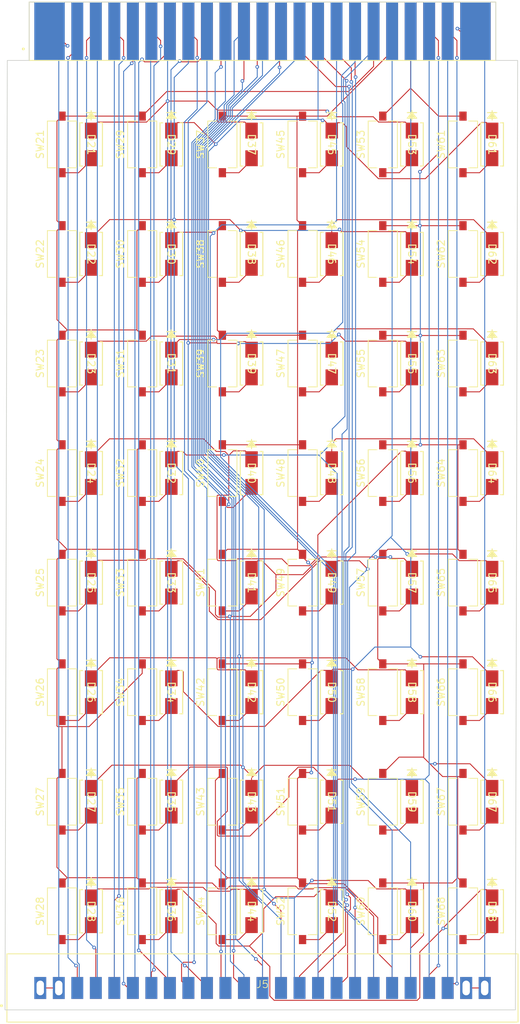
<source format=kicad_pcb>
(kicad_pcb (version 20221018) (generator pcbnew)
  (layers (0 "F.Cu" signal) (31 "B.Cu" signal) (34 "B.Paste" user) (35 "F.Paste" user) (36 "B.SilkS" user "B.Silkscreen") (37 "F.SilkS" user "F.Silkscreen") (38 "B.Mask" user) (39 "F.Mask" user) (44 "Edge.Cuts" user))
  (net 0 "")
  (net 1 "GND")
  (net 2 "/mathboard/b15")
  (net 3 "/mathboard/b14")
  (net 4 "/mathboard/b13")
  (net 5 "/mathboard/b12")
  (net 6 "Net-(D21-A)")
  (net 7 "Net-(D22-A)")
  (net 8 "Net-(D23-A)")
  (net 9 "/mathboard/b11")
  (net 10 "/mathboard/b10")
  (net 11 "/mathboard/b9")
  (net 12 "/mathboard/b8")
  (net 13 "Net-(D24-A)")
  (net 14 "/mathboard/b7")
  (net 15 "Net-(D25-A)")
  (net 16 "/mathboard/b6")
  (net 17 "Net-(D26-A)")
  (net 18 "/mathboard/b5")
  (net 19 "Net-(D27-A)")
  (net 20 "/mathboard/b4")
  (net 21 "Net-(D28-A)")
  (net 22 "/mathboard/b3")
  (net 23 "Net-(D29-A)")
  (net 24 "/mathboard/b2")
  (net 25 "Net-(D30-A)")
  (net 26 "/mathboard/b1")
  (net 27 "Net-(D31-A)")
  (net 28 "/mathboard/b0")
  (net 29 "Net-(D32-A)")
  (net 30 "/mathboard/3v3")
  (net 31 "Net-(D33-A)")
  (net 32 "/mathboard/scl")
  (net 33 "Net-(D34-A)")
  (net 34 "/mathboard/sda")
  (net 35 "Net-(D35-A)")
  (net 36 "/mathboard/mode")
  (net 37 "Net-(D36-A)")
  (net 38 "Net-(D61-A)")
  (net 39 "Net-(D37-A)")
  (net 40 "Net-(D62-A)")
  (net 41 "Net-(D38-A)")
  (net 42 "Net-(D63-A)")
  (net 43 "Net-(D39-A)")
  (net 44 "Net-(D64-A)")
  (net 45 "Net-(D40-A)")
  (net 46 "Net-(D41-A)")
  (net 47 "Net-(D42-A)")
  (net 48 "Net-(D43-A)")
  (net 49 "Net-(D44-A)")
  (net 50 "Net-(D45-A)")
  (net 51 "Net-(D46-A)")
  (net 52 "Net-(D47-A)")
  (net 53 "Net-(D48-A)")
  (net 54 "Net-(D49-A)")
  (net 55 "Net-(D50-A)")
  (net 56 "Net-(D51-A)")
  (net 57 "Net-(D52-A)")
  (net 58 "Net-(D53-A)")
  (net 59 "Net-(D54-A)")
  (net 60 "Net-(D55-A)")
  (net 61 "Net-(D56-A)")
  (net 62 "Net-(D65-A)")
  (net 63 "Net-(D57-A)")
  (net 64 "Net-(D66-A)")
  (net 65 "Net-(D58-A)")
  (net 66 "Net-(D67-A)")
  (net 67 "Net-(D59-A)")
  (net 68 "Net-(D68-A)")
  (net 69 "Net-(D60-A)")
  (net 70 "/mathboard/int")
  (net 71 "/mathboard/rp_tx")
  (net 72 "/mathboard/rp_rx")
  (net 73 "/mathboard/esp_rx")
  (net 74 "/mathboard/esp_tx")
  (net 75 "/mathboard/reset")
  (net 76 "/mathboard/flash")
  (net 77 "/mathboard/a15")
  (net 78 "/mathboard/a14")
  (net 79 "/mathboard/a13")
  (net 80 "/mathboard/a12")
  (net 81 "/mathboard/a11")
  (net 82 "/mathboard/a10")
  (net 83 "/mathboard/a9")
  (net 84 "/mathboard/a8")
  (net 85 "/mathboard/a7")
  (net 86 "/mathboard/a6")
  (net 87 "/mathboard/a5")
  (net 88 "/mathboard/a4")
  (net 89 "/mathboard/a3")
  (net 90 "/mathboard/a2")
  (net 91 "/mathboard/a1")
  (net 92 "/mathboard/a0")
  (footprint "Button_Switch_SMD:SW_Tactile_SPST_NO_Straight_CK_PTS636Sx25SMTRLFS" (layer "F.Cu") (at 71.5 131.25 90)
    (fp_text reference "SW54")
    (fp_text value "~")
  )
  (footprint "Button_Switch_SMD:SW_Tactile_SPST_NO_Straight_CK_PTS636Sx25SMTRLFS" (layer "F.Cu") (at 49.5 131.25 90)
    (fp_text reference "SW38")
    (fp_text value "~")
  )
  (footprint "Button_Switch_SMD:SW_Tactile_SPST_NO_Straight_CK_PTS636Sx25SMTRLFS" (layer "F.Cu") (at 82.5 131.25 90)
    (fp_text reference "SW62")
    (fp_text value "~")
  )
  (footprint "footprints:SMA_SDS" (layer "F.Cu") (at 64.5 176.25 -90)
    (fp_text reference "D49")
    (fp_text value "~")
  )
  (footprint "footprints:SMA_SDS" (layer "F.Cu") (at 42.5 116.25 -90)
    (fp_text reference "D29")
    (fp_text value "~")
  )
  (footprint "Button_Switch_SMD:SW_Tactile_SPST_NO_Straight_CK_PTS636Sx25SMTRLFS" (layer "F.Cu") (at 60.5 161.25 90)
    (fp_text reference "SW48")
    (fp_text value "~")
  )
  (footprint "Button_Switch_SMD:SW_Tactile_SPST_NO_Straight_CK_PTS636Sx25SMTRLFS" (layer "F.Cu") (at 38.5 116.25 90)
    (fp_text reference "SW29")
    (fp_text value "~")
  )
  (footprint "Button_Switch_SMD:SW_Tactile_SPST_NO_Straight_CK_PTS636Sx25SMTRLFS" (layer "F.Cu") (at 60.5 191.25 90)
    (fp_text reference "SW50")
    (fp_text value "~")
  )
  (footprint "footprints:SMA_SDS" (layer "F.Cu") (at 86.5 161.25 -90)
    (fp_text reference "D64")
    (fp_text value "~")
  )
  (footprint "footprints:SMA_SDS" (layer "F.Cu") (at 86.5 176.25 -90)
    (fp_text reference "D65")
    (fp_text value "~")
  )
  (footprint "Button_Switch_SMD:SW_Tactile_SPST_NO_Straight_CK_PTS636Sx25SMTRLFS" (layer "F.Cu") (at 49.5 116.25 90)
    (fp_text reference "SW37")
    (fp_text value "~")
  )
  (footprint "footprints:SMA_SDS" (layer "F.Cu") (at 86.5 206.25 -90)
    (fp_text reference "D67")
    (fp_text value "~")
  )
  (footprint "footprints:SMA_SDS" (layer "F.Cu") (at 53.5 191.25 -90)
    (fp_text reference "D42")
    (fp_text value "~")
  )
  (footprint "Button_Switch_SMD:SW_Tactile_SPST_NO_Straight_CK_PTS636Sx25SMTRLFS" (layer "F.Cu") (at 71.5 161.25 90)
    (fp_text reference "SW56")
    (fp_text value "~")
  )
  (footprint "Button_Switch_SMD:SW_Tactile_SPST_NO_Straight_CK_PTS636Sx25SMTRLFS" (layer "F.Cu") (at 38.5 221.25 90)
    (fp_text reference "SW36")
    (fp_text value "~")
  )
  (footprint "Button_Switch_SMD:SW_Tactile_SPST_NO_Straight_CK_PTS636Sx25SMTRLFS" (layer "F.Cu") (at 27.5 161.25 90)
    (fp_text reference "SW24")
    (fp_text value "~")
  )
  (footprint "Button_Switch_SMD:SW_Tactile_SPST_NO_Straight_CK_PTS636Sx25SMTRLFS" (layer "F.Cu") (at 60.5 176.25 90)
    (fp_text reference "SW49")
    (fp_text value "~")
  )
  (footprint "5530843_5:edgeport" (layer "F.Cu") (at 55 231.75)
    (fp_text reference "J5")
    (fp_text value "5530843-5")
  )
  (footprint "Button_Switch_SMD:SW_Tactile_SPST_NO_Straight_CK_PTS636Sx25SMTRLFS" (layer "F.Cu") (at 27.5 131.25 90)
    (fp_text reference "SW22")
    (fp_text value "~")
  )
  (footprint "Button_Switch_SMD:SW_Tactile_SPST_NO_Straight_CK_PTS636Sx25SMTRLFS" (layer "F.Cu") (at 38.5 146.25 90)
    (fp_text reference "SW31")
    (fp_text value "~")
  )
  (footprint "Button_Switch_SMD:SW_Tactile_SPST_NO_Straight_CK_PTS636Sx25SMTRLFS" (layer "F.Cu") (at 38.5 176.25 90)
    (fp_text reference "SW33")
    (fp_text value "~")
  )
  (footprint "Button_Switch_SMD:SW_Tactile_SPST_NO_Straight_CK_PTS636Sx25SMTRLFS" (layer "F.Cu") (at 27.5 221.25 90)
    (fp_text reference "SW28")
    (fp_text value "~")
  )
  (footprint "Button_Switch_SMD:SW_Tactile_SPST_NO_Straight_CK_PTS636Sx25SMTRLFS" (layer "F.Cu") (at 49.5 191.25 90)
    (fp_text reference "SW42")
    (fp_text value "~")
  )
  (footprint "footprints:SMA_SDS" (layer "F.Cu") (at 42.5 131.25 -90)
    (fp_text reference "D30")
    (fp_text value "~")
  )
  (footprint "Button_Switch_SMD:SW_Tactile_SPST_NO_Straight_CK_PTS636Sx25SMTRLFS" (layer "F.Cu") (at 27.5 146.25 90)
    (fp_text reference "SW23")
    (fp_text value "~")
  )
  (footprint "Button_Switch_SMD:SW_Tactile_SPST_NO_Straight_CK_PTS636Sx25SMTRLFS" (layer "F.Cu") (at 27.5 191.25 90)
    (fp_text reference "SW26")
    (fp_text value "~")
  )
  (footprint "footprints:SMA_SDS" (layer "F.Cu") (at 53.5 176.25 -90)
    (fp_text reference "D41")
    (fp_text value "~")
  )
  (footprint "Button_Switch_SMD:SW_Tactile_SPST_NO_Straight_CK_PTS636Sx25SMTRLFS" (layer "F.Cu") (at 71.5 116.25 90)
    (fp_text reference "SW53")
    (fp_text value "~")
  )
  (footprint "Button_Switch_SMD:SW_Tactile_SPST_NO_Straight_CK_PTS636Sx25SMTRLFS" (layer "F.Cu") (at 38.5 131.25 90)
    (fp_text reference "SW30")
    (fp_text value "~")
  )
  (footprint "Button_Switch_SMD:SW_Tactile_SPST_NO_Straight_CK_PTS636Sx25SMTRLFS" (layer "F.Cu") (at 38.5 206.25 90)
    (fp_text reference "SW35")
    (fp_text value "~")
  )
  (footprint "footprints:SMA_SDS" (layer "F.Cu") (at 53.5 161.25 -90)
    (fp_text reference "D40")
    (fp_text value "~")
  )
  (footprint "Button_Switch_SMD:SW_Tactile_SPST_NO_Straight_CK_PTS636Sx25SMTRLFS" (layer "F.Cu") (at 60.5 131.25 90)
    (fp_text reference "SW46")
    (fp_text value "~")
  )
  (footprint "Button_Switch_SMD:SW_Tactile_SPST_NO_Straight_CK_PTS636Sx25SMTRLFS" (layer "F.Cu") (at 38.5 161.25 90)
    (fp_text reference "SW32")
    (fp_text value "~")
  )
  (footprint "footprints:SMA_SDS" (layer "F.Cu") (at 42.5 176.25 -90)
    (fp_text reference "D33")
    (fp_text value "~")
  )
  (footprint "footprints:SMA_SDS" (layer "F.Cu") (at 42.5 221.25 -90)
    (fp_text reference "D36")
    (fp_text value "~")
  )
  (footprint "footprints:SMA_SDS" (layer "F.Cu") (at 31.5 131.25 -90)
    (fp_text reference "D22")
    (fp_text value "~")
  )
  (footprint "footprints:SMA_SDS" (layer "F.Cu") (at 75.5 131.25 -90)
    (fp_text reference "D54")
    (fp_text value "~")
  )
  (footprint "footprints:SMA_SDS" (layer "F.Cu") (at 31.5 176.25 -90)
    (fp_text reference "D25")
    (fp_text value "~")
  )
  (footprint "footprints:SMA_SDS" (layer "F.Cu") (at 75.5 191.25 -90)
    (fp_text reference "D58")
    (fp_text value "~")
  )
  (footprint "footprints:SMA_SDS" (layer "F.Cu") (at 75.5 146.25 -90)
    (fp_text reference "D55")
    (fp_text value "~")
  )
  (footprint "footprints:SMA_SDS" (layer "F.Cu") (at 86.5 116.25 -90)
    (fp_text reference "D61")
    (fp_text value "~")
  )
  (footprint "footprints:SMA_SDS" (layer "F.Cu") (at 31.5 206.25 -90)
    (fp_text reference "D27")
    (fp_text value "~")
  )
  (footprint "footprints:SMA_SDS" (layer "F.Cu") (at 42.5 146.25 -90)
    (fp_text reference "D31")
    (fp_text value "~")
  )
  (footprint "footprints:SMA_SDS" (layer "F.Cu") (at 86.5 221.25 -90)
    (fp_text reference "D68")
    (fp_text value "~")
  )
  (footprint "footprints:SMA_SDS" (layer "F.Cu") (at 64.5 221.25 -90)
    (fp_text reference "D52")
    (fp_text value "~")
  )
  (footprint "Button_Switch_SMD:SW_Tactile_SPST_NO_Straight_CK_PTS636Sx25SMTRLFS" (layer "F.Cu") (at 49.5 206.25 90)
    (fp_text reference "SW43")
    (fp_text value "~")
  )
  (footprint "Button_Switch_SMD:SW_Tactile_SPST_NO_Straight_CK_PTS636Sx25SMTRLFS" (layer "F.Cu") (at 49.5 221.25 90)
    (fp_text reference "SW44")
    (fp_text value "~")
  )
  (footprint "footprints:SMA_SDS" (layer "F.Cu") (at 64.5 206.25 -90)
    (fp_text reference "D51")
    (fp_text value "~")
  )
  (footprint "Button_Switch_SMD:SW_Tactile_SPST_NO_Straight_CK_PTS636Sx25SMTRLFS" (layer "F.Cu") (at 49.5 146.25 90)
    (fp_text reference "SW39")
    (fp_text value "~")
  )
  (footprint "Button_Switch_SMD:SW_Tactile_SPST_NO_Straight_CK_PTS636Sx25SMTRLFS" (layer "F.Cu") (at 27.5 206.25 90)
    (fp_text reference "SW27")
    (fp_text value "~")
  )
  (footprint "Button_Switch_SMD:SW_Tactile_SPST_NO_Straight_CK_PTS636Sx25SMTRLFS" (layer "F.Cu") (at 27.5 116.25 90)
    (fp_text reference "SW21")
    (fp_text value "~")
  )
  (footprint "footprints:SMA_SDS" (layer "F.Cu") (at 31.5 221.25 -90)
    (fp_text reference "D28")
    (fp_text value "~")
  )
  (footprint "footprints:SMA_SDS" (layer "F.Cu") (at 75.5 221.25 -90)
    (fp_text reference "D60")
    (fp_text value "~")
  )
  (footprint "footprints:SMA_SDS" (layer "F.Cu") (at 75.5 206.25 -90)
    (fp_text reference "D59")
    (fp_text value "~")
  )
  (footprint "Button_Switch_SMD:SW_Tactile_SPST_NO_Straight_CK_PTS636Sx25SMTRLFS" (layer "F.Cu") (at 82.5 221.25 90)
    (fp_text reference "SW68")
    (fp_text value "~")
  )
  (footprint "Button_Switch_SMD:SW_Tactile_SPST_NO_Straight_CK_PTS636Sx25SMTRLFS" (layer "F.Cu") (at 38.5 191.25 90)
    (fp_text reference "SW34")
    (fp_text value "~")
  )
  (footprint "Button_Switch_SMD:SW_Tactile_SPST_NO_Straight_CK_PTS636Sx25SMTRLFS" (layer "F.Cu") (at 60.5 221.25 90)
    (fp_text reference "SW52")
    (fp_text value "~")
  )
  (footprint "footprints:SMA_SDS" (layer "F.Cu") (at 75.5 161.25 -90)
    (fp_text reference "D56")
    (fp_text value "~")
  )
  (footprint "Button_Switch_SMD:SW_Tactile_SPST_NO_Straight_CK_PTS636Sx25SMTRLFS" (layer "F.Cu") (at 82.5 146.25 90)
    (fp_text reference "SW63")
    (fp_text value "~")
  )
  (footprint "footprints:SMA_SDS" (layer "F.Cu") (at 86.5 191.25 -90)
    (fp_text reference "D66")
    (fp_text value "~")
  )
  (footprint "footprints:SMA_SDS" (layer "F.Cu") (at 53.5 206.25 -90)
    (fp_text reference "D43")
    (fp_text value "~")
  )
  (footprint "footprints:SMA_SDS" (layer "F.Cu") (at 64.5 191.25 -90)
    (fp_text reference "D50")
    (fp_text value "~")
  )
  (footprint "footprints:SMA_SDS" (layer "F.Cu") (at 53.5 131.25 -90)
    (fp_text reference "D38")
    (fp_text value "~")
  )
  (footprint "footprints:SMA_SDS" (layer "F.Cu") (at 64.5 146.25 -90)
    (fp_text reference "D47")
    (fp_text value "~")
  )
  (footprint "footprints:SMA_SDS" (layer "F.Cu") (at 86.5 146.25 -90)
    (fp_text reference "D63")
    (fp_text value "~")
  )
  (footprint "Button_Switch_SMD:SW_Tactile_SPST_NO_Straight_CK_PTS636Sx25SMTRLFS" (layer "F.Cu") (at 82.5 176.25 90)
    (fp_text reference "SW65")
    (fp_text value "~")
  )
  (footprint "Button_Switch_SMD:SW_Tactile_SPST_NO_Straight_CK_PTS636Sx25SMTRLFS" (layer "F.Cu") (at 71.5 191.25 90)
    (fp_text reference "SW58")
    (fp_text value "~")
  )
  (footprint "5530843_5:edge" (layer "F.Cu") (at 55 100.75)
    (fp_text reference "U4" hide)
    (fp_text value "~" hide)
  )
  (footprint "Button_Switch_SMD:SW_Tactile_SPST_NO_Straight_CK_PTS636Sx25SMTRLFS" (layer "F.Cu") (at 60.5 206.25 90)
    (fp_text reference "SW51")
    (fp_text value "~")
  )
  (footprint "footprints:SMA_SDS" (layer "F.Cu") (at 53.5 146.25 -90)
    (fp_text reference "D39")
    (fp_text value "~")
  )
  (footprint "Button_Switch_SMD:SW_Tactile_SPST_NO_Straight_CK_PTS636Sx25SMTRLFS" (layer "F.Cu") (at 49.5 161.25 90)
    (fp_text reference "SW40")
    (fp_text value "~")
  )
  (footprint "footprints:SMA_SDS" (layer "F.Cu") (at 31.5 116.25 -90)
    (fp_text reference "D21")
    (fp_text value "~")
  )
  (footprint "footprints:SMA_SDS" (layer "F.Cu") (at 64.5 116.25 -90)
    (fp_text reference "D45")
    (fp_text value "~")
  )
  (footprint "Button_Switch_SMD:SW_Tactile_SPST_NO_Straight_CK_PTS636Sx25SMTRLFS" (layer "F.Cu") (at 60.5 116.25 90)
    (fp_text reference "SW45")
    (fp_text value "~")
  )
  (footprint "Button_Switch_SMD:SW_Tactile_SPST_NO_Straight_CK_PTS636Sx25SMTRLFS" (layer "F.Cu") (at 82.5 206.25 90)
    (fp_text reference "SW67")
    (fp_text value "~")
  )
  (footprint "footprints:SMA_SDS" (layer "F.Cu") (at 31.5 191.25 -90)
    (fp_text reference "D26")
    (fp_text value "~")
  )
  (footprint "Button_Switch_SMD:SW_Tactile_SPST_NO_Straight_CK_PTS636Sx25SMTRLFS" (layer "F.Cu") (at 71.5 176.25 90)
    (fp_text reference "SW57")
    (fp_text value "~")
  )
  (footprint "Button_Switch_SMD:SW_Tactile_SPST_NO_Straight_CK_PTS636Sx25SMTRLFS" (layer "F.Cu") (at 71.5 146.25 90)
    (fp_text reference "SW55")
    (fp_text value "~")
  )
  (footprint "Button_Switch_SMD:SW_Tactile_SPST_NO_Straight_CK_PTS636Sx25SMTRLFS" (layer "F.Cu") (at 82.5 191.25 90)
    (fp_text reference "SW66")
    (fp_text value "~")
  )
  (footprint "footprints:SMA_SDS" (layer "F.Cu") (at 31.5 161.25 -90)
    (fp_text reference "D24")
    (fp_text value "~")
  )
  (footprint "footprints:SMA_SDS" (layer "F.Cu") (at 75.5 116.25 -90)
    (fp_text reference "D53")
    (fp_text value "~")
  )
  (footprint "Button_Switch_SMD:SW_Tactile_SPST_NO_Straight_CK_PTS636Sx25SMTRLFS" (layer "F.Cu") (at 49.5 176.25 90)
    (fp_text reference "SW41")
    (fp_text value "~")
  )
  (footprint "footprints:SMA_SDS" (layer "F.Cu") (at 64.5 161.25 -90)
    (fp_text reference "D48")
    (fp_text value "~")
  )
  (footprint "footprints:SMA_SDS" (layer "F.Cu") (at 42.5 191.25 -90)
    (fp_text reference "D34")
    (fp_text value "~")
  )
  (footprint "Button_Switch_SMD:SW_Tactile_SPST_NO_Straight_CK_PTS636Sx25SMTRLFS" (layer "F.Cu") (at 60.5 146.25 90)
    (fp_text reference "SW47")
    (fp_text value "~")
  )
  (footprint "footprints:SMA_SDS" (layer "F.Cu") (at 31.5 146.25 -90)
    (fp_text reference "D23")
    (fp_text value "~")
  )
  (footprint "Button_Switch_SMD:SW_Tactile_SPST_NO_Straight_CK_PTS636Sx25SMTRLFS" (layer "F.Cu") (at 82.5 116.25 90)
    (fp_text reference "SW61")
    (fp_text value "~")
  )
  (footprint "footprints:SMA_SDS" (layer "F.Cu") (at 53.5 116.25 -90)
    (fp_text reference "D37")
    (fp_text value "~")
  )
  (footprint "footprints:SMA_SDS" (layer "F.Cu") (at 53.5 221.25 -90)
    (fp_text reference "D44")
    (fp_text value "~")
  )
  (footprint "Button_Switch_SMD:SW_Tactile_SPST_NO_Straight_CK_PTS636Sx25SMTRLFS" (layer "F.Cu") (at 82.5 161.25 90)
    (fp_text reference "SW64")
    (fp_text value "~")
  )
  (footprint "Button_Switch_SMD:SW_Tactile_SPST_NO_Straight_CK_PTS636Sx25SMTRLFS" (layer "F.Cu") (at 71.5 206.25 90)
    (fp_text reference "SW59")
    (fp_text value "~")
  )
  (footprint "Button_Switch_SMD:SW_Tactile_SPST_NO_Straight_CK_PTS636Sx25SMTRLFS" (layer "F.Cu") (at 27.5 176.25 90)
    (fp_text reference "SW25")
    (fp_text value "~")
  )
  (footprint "footprints:SMA_SDS" (layer "F.Cu") (at 86.5 131.25 -90)
    (fp_text reference "D62")
    (fp_text value "~")
  )
  (footprint "footprints:SMA_SDS" (layer "F.Cu") (at 42.5 206.25 -90)
    (fp_text reference "D35")
    (fp_text value "~")
  )
  (footprint "footprints:SMA_SDS" (layer "F.Cu") (at 75.5 176.25 -90)
    (fp_text reference "D57")
    (fp_text value "~")
  )
  (footprint "Button_Switch_SMD:SW_Tactile_SPST_NO_Straight_CK_PTS636Sx25SMTRLFS" (layer "F.Cu") (at 71.5 221.25 90)
    (fp_text reference "SW60")
    (fp_text value "~")
  )
  (footprint "footprints:SMA_SDS" (layer "F.Cu") (at 64.5 131.25 -90)
    (fp_text reference "D46")
    (fp_text value "~")
  )
  (footprint "footprints:SMA_SDS" (layer "F.Cu") (at 42.5 161.25 -90)
    (fp_text reference "D32")
    (fp_text value "~")
  )
  (gr_poly (pts (xy 20 104.75) (xy 23 104.75) (xy 23 96.75) (xy 87 96.75) (xy 87 104.75) (xy 90 104.75) (xy 89.6875 234.75) (xy 19.6875 234.75)) (stroke (width 0.1)) (fill none) (layer "Edge.Cuts"))
  (segment (start 85.48 231.75) (end 82.94 231.75) (width 0.125) (layer "F.Cu") (net 1))
  (segment (start 84.21 100.75) (end 82.0963 100.75) (width 0.125) (layer "F.Cu") (net 1))
  (segment (start 82.0963 100.75) (end 81.7346 100.3883) (width 0.125) (layer "F.Cu") (net 1))
  (via (at 81.7346 100.3883) (size 0.5) (drill 0.25) (layers "F.Cu" "B.Cu") (net 1))
  (segment (start 85.48 231.75) (end 85.48 102.02) (width 0.125) (layer "B.Cu") (net 1))
  (segment (start 83.8483 100.3883) (end 81.7346 100.3883) (width 0.125) (layer "B.Cu") (net 1))
  (segment (start 85.48 102.02) (end 84.21 100.75) (width 0.125) (layer "B.Cu") (net 1))
  (segment (start 84.21 100.75) (end 83.8483 100.3883) (width 0.125) (layer "B.Cu") (net 1))
  (segment (start 48.8067 113.1214) (end 48.8747 113.1894) (width 0.125) (layer "F.Cu") (net 2))
  (segment (start 64.6224 112.4581) (end 70.1902 112.4581) (width 0.125) (layer "F.Cu") (net 2))
  (segment (start 52.5888 113.1894) (end 53.5 114.1006) (width 0.125) (layer "F.Cu") (net 2))
  (segment (start 48.8067 111.5606) (end 48.8067 113.1214) (width 0.125) (layer "F.Cu") (net 2))
  (segment (start 47.56 110.3139) (end 48.8067 111.5606) (width 0.125) (layer "F.Cu") (net 2))
  (segment (start 41.9833 110.3139) (end 39.1078 113.1894) (width 0.125) (layer "F.Cu") (net 2))
  (segment (start 63.892 111.7277) (end 63.7249 111.5606) (width 0.125) (layer "F.Cu") (net 2))
  (segment (start 31.5 114.0637) (end 31.5 114.3549) (width 0.125) (layer "F.Cu") (net 2))
  (segment (start 32.3743 113.1894) (end 31.5 114.0637) (width 0.125) (layer "F.Cu") (net 2))
  (segment (start 41.9833 110.3139) (end 47.56 110.3139) (width 0.125) (layer "F.Cu") (net 2))
  (segment (start 48.8747 113.1894) (end 52.5888 113.1894) (width 0.125) (layer "F.Cu") (net 2))
  (segment (start 53.5 114.1006) (end 53.5 114.3549) (width 0.125) (layer "F.Cu") (net 2))
  (segment (start 70.1902 112.4581) (end 70.9215 113.1894) (width 0.125) (layer "F.Cu") (net 2))
  (segment (start 39.1078 113.1894) (end 32.3743 113.1894) (width 0.125) (layer "F.Cu") (net 2))
  (segment (start 70.9215 113.1894) (end 74.5885 113.1894) (width 0.125) (layer "F.Cu") (net 2))
  (segment (start 63.7249 111.5606) (end 48.8067 111.5606) (width 0.125) (layer "F.Cu") (net 2))
  (segment (start 74.5885 113.1894) (end 75.5 114.1009) (width 0.125) (layer "F.Cu") (net 2))
  (segment (start 75.5 114.1009) (end 75.5 114.3549) (width 0.125) (layer "F.Cu") (net 2))
  (via (at 63.892 111.7277) (size 0.5) (drill 0.25) (layers "F.Cu" "B.Cu") (net 2))
  (via (at 41.9833 110.3139) (size 0.5) (drill 0.25) (layers "F.Cu" "B.Cu") (net 2))
  (via (at 64.6224 112.4581) (size 0.5) (drill 0.25) (layers "F.Cu" "B.Cu") (net 2))
  (segment (start 41.9833 101.0667) (end 41.9833 110.3139) (width 0.125) (layer "B.Cu") (net 2))
  (segment (start 64.6224 112.4581) (end 63.892 111.7277) (width 0.125) (layer "B.Cu") (net 2))
  (segment (start 42.3 100.75) (end 41.9833 101.0667) (width 0.125) (layer "B.Cu") (net 2))
  (segment (start 42.3 231.75) (end 41.9833 231.4333) (width 0.125) (layer "B.Cu") (net 2))
  (segment (start 41.9833 231.4333) (end 41.9833 110.3139) (width 0.125) (layer "B.Cu") (net 2))
  (segment (start 53.5 129.3549) (end 53.5 129.0864) (width 0.125) (layer "F.Cu") (net 3))
  (segment (start 75.5 129.0637) (end 75.5 129.3549) (width 0.125) (layer "F.Cu") (net 3))
  (segment (start 50.5293 126.5398) (end 52.0184 128.0289) (width 0.125) (layer "F.Cu") (net 3))
  (segment (start 34.0459 126.5398) (end 31.5 129.0857) (width 0.125) (layer "F.Cu") (net 3))
  (segment (start 65.8664 128.1894) (end 74.6257 128.1894) (width 0.125) (layer "F.Cu") (net 3))
  (segment (start 42.8963 126.5398) (end 34.0459 126.5398) (width 0.125) (layer "F.Cu") (net 3))
  (segment (start 53.5 129.0864) (end 52.4425 128.0289) (width 0.125) (layer "F.Cu") (net 3))
  (segment (start 31.5 129.0857) (end 31.5 129.3549) (width 0.125) (layer "F.Cu") (net 3))
  (segment (start 65.5685 127.8915) (end 65.8664 128.1894) (width 0.125) (layer "F.Cu") (net 3))
  (segment (start 52.4425 128.0289) (end 52.0184 128.0289) (width 0.125) (layer "F.Cu") (net 3))
  (segment (start 74.6257 128.1894) (end 75.5 129.0637) (width 0.125) (layer "F.Cu") (net 3))
  (segment (start 42.8963 126.5398) (end 50.5293 126.5398) (width 0.125) (layer "F.Cu") (net 3))
  (via (at 52.0184 128.0289) (size 0.5) (drill 0.25) (layers "F.Cu" "B.Cu") (net 3))
  (via (at 42.8963 126.5398) (size 0.5) (drill 0.25) (layers "F.Cu" "B.Cu") (net 3))
  (via (at 65.5685 127.8915) (size 0.5) (drill 0.25) (layers "F.Cu" "B.Cu") (net 3))
  (segment (start 44.84 100.75) (end 44.84 105.1344) (width 0.125) (layer "B.Cu") (net 3))
  (segment (start 44.84 162.0225) (end 42.8963 160.0788) (width 0.125) (layer "B.Cu") (net 3))
  (segment (start 42.8963 107.0781) (end 42.8963 126.5398) (width 0.125) (layer "B.Cu") (net 3))
  (segment (start 44.84 231.75) (end 44.84 162.0225) (width 0.125) (layer "B.Cu") (net 3))
  (segment (start 52.0184 128.0289) (end 65.4311 128.0289) (width 0.125) (layer "B.Cu") (net 3))
  (segment (start 65.4311 128.0289) (end 65.5685 127.8915) (width 0.125) (layer "B.Cu") (net 3))
  (segment (start 42.8963 160.0788) (end 42.8963 126.5398) (width 0.125) (layer "B.Cu") (net 3))
  (segment (start 44.84 105.1344) (end 42.8963 107.0781) (width 0.125) (layer "B.Cu") (net 3))
  (segment (start 39.7666 142.5013) (end 39.0785 143.1894) (width 0.125) (layer "F.Cu") (net 4))
  (segment (start 48.7353 142.7873) (end 48.4493 142.5013) (width 0.125) (layer "F.Cu") (net 4))
  (segment (start 51.9219 143.244) (end 52.6803 143.244) (width 0.125) (layer "F.Cu") (net 4))
  (segment (start 48.7353 143.4179) (end 48.7353 142.7873) (width 0.125) (layer "F.Cu") (net 4))
  (segment (start 52.6803 143.244) (end 53.5 144.0637) (width 0.125) (layer "F.Cu") (net 4))
  (segment (start 75.5 144.0637) (end 74.6257 143.1894) (width 0.125) (layer "F.Cu") (net 4))
  (segment (start 74.6257 143.1894) (end 66.3938 143.1894) (width 0.125) (layer "F.Cu") (net 4))
  (segment (start 51.6627 143.5032) (end 51.9219 143.244) (width 0.125) (layer "F.Cu") (net 4))
  (segment (start 75.5 144.3549) (end 75.5 144.0637) (width 0.125) (layer "F.Cu") (net 4))
  (segment (start 51.6627 143.5032) (end 48.8206 143.5032) (width 0.125) (layer "F.Cu") (net 4))
  (segment (start 66.3938 143.1894) (end 65.4736 142.2692) (width 0.125) (layer "F.Cu") (net 4))
  (segment (start 48.4493 142.5013) (end 39.7666 142.5013) (width 0.125) (layer "F.Cu") (net 4))
  (segment (start 48.8206 143.5032) (end 48.7353 143.4179) (width 0.125) (layer "F.Cu") (net 4))
  (segment (start 32.4077 143.1894) (end 31.5 144.0971) (width 0.125) (layer "F.Cu") (net 4))
  (segment (start 31.5 144.0971) (end 31.5 144.3549) (width 0.125) (layer "F.Cu") (net 4))
  (segment (start 39.0785 143.1894) (end 32.4077 143.1894) (width 0.125) (layer "F.Cu") (net 4))
  (segment (start 48.7353 143.4179) (end 44.8137 143.4179) (width 0.125) (layer "F.Cu") (net 4))
  (segment (start 53.5 144.0637) (end 53.5 144.3549) (width 0.125) (layer "F.Cu") (net 4))
  (via (at 51.6627 143.5032) (size 0.5) (drill 0.25) (layers "F.Cu" "B.Cu") (net 4))
  (via (at 65.4736 142.2692) (size 0.5) (drill 0.25) (layers "F.Cu" "B.Cu") (net 4))
  (via (at 44.8137 143.4179) (size 0.5) (drill 0.25) (layers "F.Cu" "B.Cu") (net 4))
  (segment (start 64.2396 143.5032) (end 51.6627 143.5032) (width 0.125) (layer "B.Cu") (net 4))
  (segment (start 44.8137 143.4179) (end 44.8137 160.8137) (width 0.125) (layer "B.Cu") (net 4))
  (segment (start 47.38 163.38) (end 47.38 231.75) (width 0.125) (layer "B.Cu") (net 4))
  (segment (start 47.38 100.75) (end 47.38 110.487) (width 0.125) (layer "B.Cu") (net 4))
  (segment (start 47.38 110.487) (end 44.8137 113.0533) (width 0.125) (layer "B.Cu") (net 4))
  (segment (start 44.8137 160.8137) (end 47.38 163.38) (width 0.125) (layer "B.Cu") (net 4))
  (segment (start 44.8137 113.0533) (end 44.8137 143.4179) (width 0.125) (layer "B.Cu") (net 4))
  (segment (start 65.4736 142.2692) (end 64.2396 143.5032) (width 0.125) (layer "B.Cu") (net 4))
  (segment (start 48.8683 164.2814) (end 50.377 164.2814) (width 0.125) (layer "F.Cu") (net 5))
  (segment (start 46.9265 156.5606) (end 48.6558 158.2899) (width 0.125) (layer "F.Cu") (net 5))
  (segment (start 75.5 159.1006) (end 74.6443 158.2449) (width 0.125) (layer "F.Cu") (net 5))
  (segment (start 57.6652 172.9933) (end 51.5826 172.9933) (width 0.125) (layer "F.Cu") (net 5))
  (segment (start 50.377 164.2814) (end 50.3778 164.2806) (width 0.125) (layer "F.Cu") (net 5))
  (segment (start 53.5 159.0637) (end 53.5 159.3549) (width 0.125) (layer "F.Cu") (net 5))
  (segment (start 50.377 164.2814) (end 50.377 165.5194) (width 0.125) (layer "F.Cu") (net 5))
  (segment (start 74.0737 158.2449) (end 62.5932 169.7254) (width 0.125) (layer "F.Cu") (net 5))
  (segment (start 31.5 159.0748) (end 34.0142 156.5606) (width 0.125) (layer "F.Cu") (net 5))
  (segment (start 49.8388 158.2899) (end 50.3778 158.8289) (width 0.125) (layer "F.Cu") (net 5))
  (segment (start 31.5 159.3549) (end 31.5 159.0748) (width 0.125) (layer "F.Cu") (net 5))
  (segment (start 50.9948 158.2119) (end 52.6482 158.2119) (width 0.125) (layer "F.Cu") (net 5))
  (segment (start 50.3778 164.2806) (end 50.3778 158.8289) (width 0.125) (layer "F.Cu") (net 5))
  (segment (start 62.5932 169.7254) (end 62.5932 172.775) (width 0.125) (layer "F.Cu") (net 5))
  (segment (start 51.336 173.2399) (end 48.9154 173.2399) (width 0.125) (layer "F.Cu") (net 5))
  (segment (start 48.7677 164.382) (end 48.8683 164.2814) (width 0.125) (layer "F.Cu") (net 5))
  (segment (start 48.7677 173.0922) (end 48.7677 164.382) (width 0.125) (layer "F.Cu") (net 5))
  (segment (start 62.5932 172.775) (end 61.4368 173.9314) (width 0.125) (layer "F.Cu") (net 5))
  (segment (start 58.6033 173.9314) (end 57.6652 172.9933) (width 0.125) (layer "F.Cu") (net 5))
  (segment (start 52.6482 158.2119) (end 53.5 159.0637) (width 0.125) (layer "F.Cu") (net 5))
  (segment (start 34.0142 156.5606) (end 46.9265 156.5606) (width 0.125) (layer "F.Cu") (net 5))
  (segment (start 48.9154 173.2399) (end 48.7677 173.0922) (width 0.125) (layer "F.Cu") (net 5))
  (segment (start 75.5 159.3549) (end 75.5 159.1006) (width 0.125) (layer "F.Cu") (net 5))
  (segment (start 50.3778 158.8289) (end 50.9948 158.2119) (width 0.125) (layer "F.Cu") (net 5))
  (segment (start 51.5826 172.9933) (end 51.336 173.2399) (width 0.125) (layer "F.Cu") (net 5))
  (segment (start 74.6443 158.2449) (end 74.0737 158.2449) (width 0.125) (layer "F.Cu") (net 5))
  (segment (start 61.4368 173.9314) (end 58.6033 173.9314) (width 0.125) (layer "F.Cu") (net 5))
  (segment (start 48.6558 158.2899) (end 49.8388 158.2899) (width 0.125) (layer "F.Cu") (net 5))
  (via (at 50.377 165.5194) (size 0.5) (drill 0.25) (layers "F.Cu" "B.Cu") (net 5))
  (segment (start 49.92 231.75) (end 49.92 165.9764) (width 0.125) (layer "B.Cu") (net 5))
  (segment (start 45.5739 116.0844) (end 48.8498 112.8085) (width 0.125) (layer "B.Cu") (net 5))
  (segment (start 48.8498 112.8085) (end 48.8498 111.3811) (width 0.125) (layer "B.Cu") (net 5))
  (segment (start 50.377 165.1076) (end 45.5739 160.3045) (width 0.125) (layer "B.Cu") (net 5))
  (segment (start 45.5739 160.3045) (end 45.5739 116.0844) (width 0.125) (layer "B.Cu") (net 5))
  (segment (start 48.8498 111.3811) (end 49.92 110.3109) (width 0.125) (layer "B.Cu") (net 5))
  (segment (start 49.92 165.9764) (end 50.377 165.5194) (width 0.125) (layer "B.Cu") (net 5))
  (segment (start 50.377 165.5194) (end 50.377 165.1076) (width 0.125) (layer "B.Cu") (net 5))
  (segment (start 49.92 110.3109) (end 49.92 100.75) (width 0.125) (layer "B.Cu") (net 5))
  (segment (start 29.7778 120.125) (end 27.5 120.125) (width 0.125) (layer "F.Cu") (net 6))
  (segment (start 31.5 118.4028) (end 29.7778 120.125) (width 0.125) (layer "F.Cu") (net 6))
  (segment (start 31.5 118.1451) (end 31.5 118.4028) (width 0.125) (layer "F.Cu") (net 6))
  (segment (start 29.7778 135.125) (end 27.5 135.125) (width 0.125) (layer "F.Cu") (net 7))
  (segment (start 31.5 133.1451) (end 31.5 133.4028) (width 0.125) (layer "F.Cu") (net 7))
  (segment (start 31.5 133.4028) (end 29.7778 135.125) (width 0.125) (layer "F.Cu") (net 7))
  (segment (start 31.5 148.4028) (end 29.7778 150.125) (width 0.125) (layer "F.Cu") (net 8))
  (segment (start 31.5 148.1451) (end 31.5 148.4028) (width 0.125) (layer "F.Cu") (net 8))
  (segment (start 29.7778 150.125) (end 27.5 150.125) (width 0.125) (layer "F.Cu") (net 8))
  (segment (start 54.9337 173.2452) (end 56.8457 175.1572) (width 0.125) (layer "F.Cu") (net 9))
  (segment (start 53.3253 180.8791) (end 50.5029 180.8791) (width 0.125) (layer "F.Cu") (net 9))
  (segment (start 39.2825 172.9854) (end 39.0785 173.1894) (width 0.125) (layer "F.Cu") (net 9))
  (segment (start 48.5493 177.4093) (end 44.1254 172.9854) (width 0.125) (layer "F.Cu") (net 9))
  (segment (start 74.3979 172.9362) (end 75.5 174.0383) (width 0.125) (layer "F.Cu") (net 9))
  (segment (start 75.5 174.0383) (end 75.5 174.3549) (width 0.125) (layer "F.Cu") (net 9))
  (segment (start 72.7403 172.9362) (end 74.3979 172.9362) (width 0.125) (layer "F.Cu") (net 9))
  (segment (start 62.9883 172.7362) (end 70.5068 172.7362) (width 0.125) (layer "F.Cu") (net 9))
  (segment (start 50.4155 180.9665) (end 48.8781 180.9665) (width 0.125) (layer "F.Cu") (net 9))
  (segment (start 39.0785 173.1894) (end 32.4119 173.1894) (width 0.125) (layer "F.Cu") (net 9))
  (segment (start 53.5 174.3549) (end 53.5 174.0802) (width 0.125) (layer "F.Cu") (net 9))
  (segment (start 56.8457 175.1572) (end 56.8457 177.3587) (width 0.125) (layer "F.Cu") (net 9))
  (segment (start 44.1254 172.9854) (end 39.2825 172.9854) (width 0.125) (layer "F.Cu") (net 9))
  (segment (start 48.5493 180.6377) (end 48.5493 177.4093) (width 0.125) (layer "F.Cu") (net 9))
  (segment (start 32.4119 173.1894) (end 31.5 174.1013) (width 0.125) (layer "F.Cu") (net 9))
  (segment (start 31.5 174.1013) (end 31.5 174.3549) (width 0.125) (layer "F.Cu") (net 9))
  (segment (start 56.8457 177.3587) (end 53.3253 180.8791) (width 0.125) (layer "F.Cu") (net 9))
  (segment (start 54.335 173.2452) (end 54.9337 173.2452) (width 0.125) (layer "F.Cu") (net 9))
  (segment (start 53.5 174.0802) (end 54.335 173.2452) (width 0.125) (layer "F.Cu") (net 9))
  (segment (start 60.5673 175.1572) (end 62.9883 172.7362) (width 0.125) (layer "F.Cu") (net 9))
  (segment (start 72.5403 172.7362) (end 72.7403 172.9362) (width 0.125) (layer "F.Cu") (net 9))
  (segment (start 56.8457 175.1572) (end 60.5673 175.1572) (width 0.125) (layer "F.Cu") (net 9))
  (segment (start 48.8781 180.9665) (end 48.5493 180.6377) (width 0.125) (layer "F.Cu") (net 9))
  (segment (start 50.5029 180.8791) (end 50.4155 180.9665) (width 0.125) (layer "F.Cu") (net 9))
  (via (at 72.5403 172.7362) (size 0.5) (drill 0.25) (layers "F.Cu" "B.Cu") (net 9))
  (via (at 70.5068 172.7362) (size 0.5) (drill 0.25) (layers "F.Cu" "B.Cu") (net 9))
  (via (at 50.5029 180.8791) (size 0.5) (drill 0.25) (layers "F.Cu" "B.Cu") (net 9))
  (segment (start 52.46 229.9539) (end 52.46 231.75) (width 0.125) (layer "B.Cu") (net 9))
  (segment (start 45.8259 116.1887) (end 49.7423 112.2723) (width 0.125) (layer "B.Cu") (net 9))
  (segment (start 50.5986 180.8791) (end 50.5029 180.8791) (width 0.125) (layer "B.Cu") (net 9))
  (segment (start 72.5403 172.7362) (end 70.5068 172.7362) (width 0.125) (layer "B.Cu") (net 9))
  (segment (start 49.7423 110.847) (end 51.1075 109.4818) (width 0.125) (layer "B.Cu") (net 9))
  (segment (start 50.5986 180.8791) (end 50.5986 228.0925) (width 0.125) (layer "B.Cu") (net 9))
  (segment (start 51.1075 109.4818) (end 51.1075 102.1025) (width 0.125) (layer "B.Cu") (net 9))
  (segment (start 51.1075 102.1025) (end 52.46 100.75) (width 0.125) (layer "B.Cu") (net 9))
  (segment (start 50.8164 180.6613) (end 50.8164 164.841) (width 0.125) (layer "B.Cu") (net 9))
  (segment (start 50.5986 180.8791) (end 50.8164 180.6613) (width 0.125) (layer "B.Cu") (net 9))
  (segment (start 50.8164 164.841) (end 45.8259 159.8505) (width 0.125) (layer "B.Cu") (net 9))
  (segment (start 45.8259 159.8505) (end 45.8259 116.1887) (width 0.125) (layer "B.Cu") (net 9))
  (segment (start 49.7423 112.2723) (end 49.7423 110.847) (width 0.125) (layer "B.Cu") (net 9))
  (segment (start 50.5986 228.0925) (end 52.46 229.9539) (width 0.125) (layer "B.Cu") (net 9))
  (segment (start 48.766 186.6772) (end 48.766 188.0598) (width 0.125) (layer "F.Cu") (net 10))
  (segment (start 74.5888 188.1894) (end 68.0792 188.1894) (width 0.125) (layer "F.Cu") (net 10))
  (segment (start 31.5 189.0857) (end 31.5 189.3549) (width 0.125) (layer "F.Cu") (net 10))
  (segment (start 48.766 186.6772) (end 48.6297 186.5409) (width 0.125) (layer "F.Cu") (net 10))
  (segment (start 52.6257 188.1894) (end 53.5 189.0637) (width 0.125) (layer "F.Cu") (net 10))
  (segment (start 66.4386 186.5488) (end 51.8117 186.5488) (width 0.125) (layer "F.Cu") (net 10))
  (segment (start 48.766 188.0598) (end 48.8956 188.1894) (width 0.125) (layer "F.Cu") (net 10))
  (segment (start 68.0792 188.1894) (end 66.4386 186.5488) (width 0.125) (layer "F.Cu") (net 10))
  (segment (start 51.8117 186.5488) (end 48.8944 186.5488) (width 0.125) (layer "F.Cu") (net 10))
  (segment (start 48.8944 186.5488) (end 48.766 186.6772) (width 0.125) (layer "F.Cu") (net 10))
  (segment (start 34.0448 186.5409) (end 31.5 189.0857) (width 0.125) (layer "F.Cu") (net 10))
  (segment (start 75.5 189.3549) (end 75.5 189.1006) (width 0.125) (layer "F.Cu") (net 10))
  (segment (start 48.6297 186.5409) (end 34.0448 186.5409) (width 0.125) (layer "F.Cu") (net 10))
  (segment (start 51.8117 186.5488) (end 51.8117 186.3193) (width 0.125) (layer "F.Cu") (net 10))
  (segment (start 53.5 189.0637) (end 53.5 189.3549) (width 0.125) (layer "F.Cu") (net 10))
  (segment (start 48.8956 188.1894) (end 52.6257 188.1894) (width 0.125) (layer "F.Cu") (net 10))
  (segment (start 75.5 189.1006) (end 74.5888 188.1894) (width 0.125) (layer "F.Cu") (net 10))
  (via (at 51.8117 186.3193) (size 0.5) (drill 0.25) (layers "F.Cu" "B.Cu") (net 10))
  (segment (start 51.8117 217.0378) (end 51.8117 186.3193) (width 0.125) (layer "B.Cu") (net 10))
  (segment (start 55 106.7929) (end 55 100.75) (width 0.125) (layer "B.Cu") (net 10))
  (segment (start 51.8116 164.2502) (end 46.5847 159.0233) (width 0.125) (layer "B.Cu") (net 10))
  (segment (start 50.6232 111.1697) (end 55 106.7929) (width 0.125) (layer "B.Cu") (net 10))
  (segment (start 55 231.75) (end 55 220.2261) (width 0.125) (layer "B.Cu") (net 10))
  (segment (start 50.6232 112.4603) (end 50.6232 111.1697) (width 0.125) (layer "B.Cu") (net 10))
  (segment (start 51.8117 186.3193) (end 51.8116 186.3193) (width 0.125) (layer "B.Cu") (net 10))
  (segment (start 46.5847 159.0233) (end 46.5847 116.4988) (width 0.125) (layer "B.Cu") (net 10))
  (segment (start 46.5847 116.4988) (end 50.6232 112.4603) (width 0.125) (layer "B.Cu") (net 10))
  (segment (start 55 220.2261) (end 51.8117 217.0378) (width 0.125) (layer "B.Cu") (net 10))
  (segment (start 51.8116 186.3193) (end 51.8116 164.2502) (width 0.125) (layer "B.Cu") (net 10))
  (segment (start 75.5 204.1006) (end 74.5888 203.1894) (width 0.125) (layer "F.Cu") (net 11))
  (segment (start 52.0275 201.2453) (end 52.3155 201.5333) (width 0.125) (layer "F.Cu") (net 11))
  (segment (start 75.5 204.3549) (end 75.5 204.1006) (width 0.125) (layer "F.Cu") (net 11))
  (segment (start 31.5 204.3549) (end 31.5 204.0936) (width 0.125) (layer "F.Cu") (net 11))
  (segment (start 66.9755 201.2659) (end 55.2051 201.2659) (width 0.125) (layer "F.Cu") (net 11))
  (segment (start 68.899 203.1894) (end 66.9755 201.2659) (width 0.125) (layer "F.Cu") (net 11))
  (segment (start 31.5 204.0936) (end 34.3483 201.2453) (width 0.125) (layer "F.Cu") (net 11))
  (segment (start 52.3155 201.5333) (end 53.6266 202.8444) (width 0.125) (layer "F.Cu") (net 11))
  (segment (start 53.6266 202.8444) (end 53.5 202.971) (width 0.125) (layer "F.Cu") (net 11))
  (segment (start 53.5 202.971) (end 53.5 204.3549) (width 0.125) (layer "F.Cu") (net 11))
  (segment (start 34.3483 201.2453) (end 52.0275 201.2453) (width 0.125) (layer "F.Cu") (net 11))
  (segment (start 74.5888 203.1894) (end 68.899 203.1894) (width 0.125) (layer "F.Cu") (net 11))
  (segment (start 55.2051 201.2659) (end 53.6266 202.8444) (width 0.125) (layer "F.Cu") (net 11))
  (via (at 52.3155 201.5333) (size 0.5) (drill 0.25) (layers "F.Cu" "B.Cu") (net 11))
  (segment (start 57.54 231.75) (end 57.54 222.4098) (width 0.125) (layer "B.Cu") (net 11))
  (segment (start 52.3155 201.5333) (end 52.3155 164.3978) (width 0.125) (layer "B.Cu") (net 11))
  (segment (start 46.8366 116.6032) (end 50.8751 112.5647) (width 0.125) (layer "B.Cu") (net 11))
  (segment (start 50.8751 112.5647) (end 50.8751 111.2741) (width 0.125) (layer "B.Cu") (net 11))
  (segment (start 57.54 104.6092) (end 57.54 100.75) (width 0.125) (layer "B.Cu") (net 11))
  (segment (start 52.3155 164.3978) (end 46.8366 158.9189) (width 0.125) (layer "B.Cu") (net 11))
  (segment (start 57.54 222.4098) (end 52.3155 217.1853) (width 0.125) (layer "B.Cu") (net 11))
  (segment (start 50.8751 111.2741) (end 57.54 104.6092) (width 0.125) (layer "B.Cu") (net 11))
  (segment (start 46.8366 158.9189) (end 46.8366 116.6032) (width 0.125) (layer "B.Cu") (net 11))
  (segment (start 52.3155 217.1853) (end 52.3155 201.5333) (width 0.125) (layer "B.Cu") (net 11))
  (segment (start 47.3666 218.4954) (end 46.8383 217.9671) (width 0.125) (layer "F.Cu") (net 12))
  (segment (start 53.5 218.2451) (end 50.7737 218.2451) (width 0.125) (layer "F.Cu") (net 12))
  (segment (start 39.657 217.9671) (end 39.4346 218.1895) (width 0.125) (layer "F.Cu") (net 12))
  (segment (start 53.5 218.2451) (end 55.2354 218.2451) (width 0.125) (layer "F.Cu") (net 12))
  (segment (start 39.4346 218.1895) (end 32.4076 218.1895) (width 0.125) (layer "F.Cu") (net 12))
  (segment (start 50.7737 218.2451) (end 50.5234 218.4954) (width 0.125) (layer "F.Cu") (net 12))
  (segment (start 75.5 219.0637) (end 74.6257 218.1894) (width 0.125) (layer "F.Cu") (net 12))
  (segment (start 31.5 219.0971) (end 31.5 219.3549) (width 0.125) (layer "F.Cu") (net 12))
  (segment (start 32.4076 218.1895) (end 31.5 219.0971) (width 0.125) (layer "F.Cu") (net 12))
  (segment (start 70.6524 218.1894) (end 69.4942 217.0312) (width 0.125) (layer "F.Cu") (net 12))
  (segment (start 75.5 219.3549) (end 75.5 219.0637) (width 0.125) (layer "F.Cu") (net 12))
  (segment (start 46.8383 217.9671) (end 39.657 217.9671) (width 0.125) (layer "F.Cu") (net 12))
  (segment (start 74.6257 218.1894) (end 70.6524 218.1894) (width 0.125) (layer "F.Cu") (net 12))
  (segment (start 53.5 219.3549) (end 53.5 218.2451) (width 0.125) (layer "F.Cu") (net 12))
  (segment (start 50.5234 218.4954) (end 47.3666 218.4954) (width 0.125) (layer "F.Cu") (net 12))
  (segment (start 69.4942 217.0312) (end 61.7788 217.0312) (width 0.125) (layer "F.Cu") (net 12))
  (via (at 55.2354 218.2451) (size 0.5) (drill 0.25) (layers "F.Cu" "B.Cu") (net 12))
  (via (at 61.7788 217.0312) (size 0.5) (drill 0.25) (layers "F.Cu" "B.Cu") (net 12))
  (segment (start 56.43 219.4397) (end 55.2354 218.2451) (width 0.125) (layer "B.Cu") (net 12))
  (segment (start 47.3449 116.8403) (end 60.08 104.1052) (width 0.125) (layer "B.Cu") (net 12))
  (segment (start 60.08 104.1052) (end 60.08 100.75) (width 0.125) (layer "B.Cu") (net 12))
  (segment (start 59.3703 219.4397) (end 56.43 219.4397) (width 0.125) (layer "B.Cu") (net 12))
  (segment (start 61.7788 217.0312) (end 59.3703 219.4397) (width 0.125) (layer "B.Cu") (net 12))
  (segment (start 47.3449 158.3584) (end 47.3449 116.8403) (width 0.125) (layer "B.Cu") (net 12))
  (segment (start 55.2354 218.2451) (end 55.2354 166.2489) (width 0.125) (layer "B.Cu") (net 12))
  (segment (start 59.3703 219.4397) (end 59.3703 231.0403) (width 0.125) (layer "B.Cu") (net 12))
  (segment (start 55.2354 166.2489) (end 47.3449 158.3584) (width 0.125) (layer "B.Cu") (net 12))
  (segment (start 59.3703 231.0403) (end 60.08 231.75) (width 0.125) (layer "B.Cu") (net 12))
  (segment (start 31.5 163.4028) (end 29.7778 165.125) (width 0.125) (layer "F.Cu") (net 13))
  (segment (start 29.7778 165.125) (end 27.5 165.125) (width 0.125) (layer "F.Cu") (net 13))
  (segment (start 31.5 163.1451) (end 31.5 163.4028) (width 0.125) (layer "F.Cu") (net 13))
  (segment (start 42.5 114.3549) (end 42.5 114.0885) (width 0.125) (layer "F.Cu") (net 14))
  (segment (start 63.2415 112.9531) (end 63.4725 112.9531) (width 0.125) (layer "F.Cu") (net 14))
  (segment (start 45.6301 113.2554) (end 48.5908 116.2161) (width 0.125) (layer "F.Cu") (net 14))
  (segment (start 42.5 114.0885) (end 43.3331 113.2554) (width 0.125) (layer "F.Cu") (net 14))
  (segment (start 63.4725 112.9531) (end 64.5 113.9806) (width 0.125) (layer "F.Cu") (net 14))
  (segment (start 86.5 114.0282) (end 85.7122 113.2404) (width 0.125) (layer "F.Cu") (net 14))
  (segment (start 77.344 120.9394) (end 70.9041 120.9394) (width 0.125) (layer "F.Cu") (net 14))
  (segment (start 65.9558 113.278) (end 65.2026 113.278) (width 0.125) (layer "F.Cu") (net 14))
  (segment (start 70.9041 120.9394) (end 66.5332 116.5685) (width 0.125) (layer "F.Cu") (net 14))
  (segment (start 86.5 114.3549) (end 86.5 114.0282) (width 0.125) (layer "F.Cu") (net 14))
  (segment (start 66.5332 113.8554) (end 65.9558 113.278) (width 0.125) (layer "F.Cu") (net 14))
  (segment (start 43.3331 113.2554) (end 45.6301 113.2554) (width 0.125) (layer "F.Cu") (net 14))
  (segment (start 85.043 113.2404) (end 77.344 120.9394) (width 0.125) (layer "F.Cu") (net 14))
  (segment (start 64.5 113.9806) (end 64.5 114.3549) (width 0.125) (layer "F.Cu") (net 14))
  (segment (start 65.2026 113.278) (end 64.5 113.9806) (width 0.125) (layer "F.Cu") (net 14))
  (segment (start 85.7122 113.2404) (end 85.043 113.2404) (width 0.125) (layer "F.Cu") (net 14))
  (segment (start 66.5332 116.5685) (end 66.5332 113.8554) (width 0.125) (layer "F.Cu") (net 14))
  (via (at 48.5908 116.2161) (size 0.5) (drill 0.25) (layers "F.Cu" "B.Cu") (net 14))
  (via (at 63.2415 112.9531) (size 0.5) (drill 0.25) (layers "F.Cu" "B.Cu") (net 14))
  (segment (start 62.62 231.75) (end 62.62 173.2749) (width 0.125) (layer "B.Cu") (net 14))
  (segment (start 62.62 112.829) (end 63.1174 112.829) (width 0.125) (layer "B.Cu") (net 14))
  (segment (start 48.5908 116.2161) (end 51.9779 112.829) (width 0.125) (layer "B.Cu") (net 14))
  (segment (start 47.5968 117.2101) (end 48.5908 116.2161) (width 0.125) (layer "B.Cu") (net 14))
  (segment (start 47.5968 158.2517) (end 47.5968 117.2101) (width 0.125) (layer "B.Cu") (net 14))
  (segment (start 51.9779 112.829) (end 62.62 112.829) (width 0.125) (layer "B.Cu") (net 14))
  (segment (start 62.62 173.2749) (end 47.5968 158.2517) (width 0.125) (layer "B.Cu") (net 14))
  (segment (start 62.62 100.75) (end 62.62 112.829) (width 0.125) (layer "B.Cu") (net 14))
  (segment (start 63.1174 112.829) (end 63.2415 112.9531) (width 0.125) (layer "B.Cu") (net 14))
  (segment (start 31.5 178.1451) (end 31.5 178.4028) (width 0.125) (layer "F.Cu") (net 15))
  (segment (start 29.7778 180.125) (end 27.5 180.125) (width 0.125) (layer "F.Cu") (net 15))
  (segment (start 31.5 178.4028) (end 29.7778 180.125) (width 0.125) (layer "F.Cu") (net 15))
  (segment (start 86.5 129.0886) (end 86.5 129.3549) (width 0.125) (layer "F.Cu") (net 16))
  (segment (start 42.5 129.3549) (end 42.5 129.0562) (width 0.125) (layer "F.Cu") (net 16))
  (segment (start 64.5703 127.2651) (end 65.2829 126.5525) (width 0.125) (layer "F.Cu") (net 16))
  (segment (start 48.1688 128.2725) (end 48.2807 128.3844) (width 0.125) (layer "F.Cu") (net 16))
  (segment (start 83.9639 126.5525) (end 86.5 129.0886) (width 0.125) (layer "F.Cu") (net 16))
  (segment (start 65.2829 126.5525) (end 83.9639 126.5525) (width 0.125) (layer "F.Cu") (net 16))
  (segment (start 42.5 129.0562) (end 43.2837 128.2725) (width 0.125) (layer "F.Cu") (net 16))
  (segment (start 43.2837 128.2725) (end 48.1688 128.2725) (width 0.125) (layer "F.Cu") (net 16))
  (segment (start 64.5 129.3549) (end 64.5 127.3354) (width 0.125) (layer "F.Cu") (net 16))
  (segment (start 64.5 127.3354) (end 64.5703 127.2651) (width 0.125) (layer "F.Cu") (net 16))
  (via (at 64.5703 127.2651) (size 0.5) (drill 0.25) (layers "F.Cu" "B.Cu") (net 16))
  (via (at 48.2807 128.3844) (size 0.5) (drill 0.25) (layers "F.Cu" "B.Cu") (net 16))
  (segment (start 49.4 127.2651) (end 48.2807 128.3844) (width 0.125) (layer "B.Cu") (net 16))
  (segment (start 47.8487 158.1473) (end 47.8487 128.8164) (width 0.125) (layer "B.Cu") (net 16))
  (segment (start 65.16 231.75) (end 64.7388 231.3288) (width 0.125) (layer "B.Cu") (net 16))
  (segment (start 47.8487 128.8164) (end 48.2807 128.3844) (width 0.125) (layer "B.Cu") (net 16))
  (segment (start 64.7388 175.0374) (end 47.8487 158.1473) (width 0.125) (layer "B.Cu") (net 16))
  (segment (start 64.7388 231.3288) (end 64.7388 175.0374) (width 0.125) (layer "B.Cu") (net 16))
  (segment (start 64.5703 127.2651) (end 49.4 127.2651) (width 0.125) (layer "B.Cu") (net 16))
  (segment (start 65.16 100.75) (end 65.16 126.6754) (width 0.125) (layer "B.Cu") (net 16))
  (segment (start 65.16 126.6754) (end 64.5703 127.2651) (width 0.125) (layer "B.Cu") (net 16))
  (segment (start 29.7778 195.125) (end 27.5 195.125) (width 0.125) (layer "F.Cu") (net 17))
  (segment (start 31.5 193.4028) (end 29.7778 195.125) (width 0.125) (layer "F.Cu") (net 17))
  (segment (start 31.5 193.1451) (end 31.5 193.4028) (width 0.125) (layer "F.Cu") (net 17))
  (segment (start 42.5 144.0883) (end 43.6157 142.9726) (width 0.125) (layer "F.Cu") (net 18))
  (segment (start 86.5 144.3549) (end 86.5 144.0886) (width 0.125) (layer "F.Cu") (net 18))
  (segment (start 64.5 142.1047) (end 64.5 144.3549) (width 0.125) (layer "F.Cu") (net 18))
  (segment (start 42.5 144.3549) (end 42.5 144.0883) (width 0.125) (layer "F.Cu") (net 18))
  (segment (start 65.1079 141.4968) (end 64.5 142.1047) (width 0.125) (layer "F.Cu") (net 18))
  (segment (start 83.9082 141.4968) (end 65.1079 141.4968) (width 0.125) (layer "F.Cu") (net 18))
  (segment (start 43.6157 142.9726) (end 48.2958 142.9726) (width 0.125) (layer "F.Cu") (net 18))
  (segment (start 86.5 144.0886) (end 83.9082 141.4968) (width 0.125) (layer "F.Cu") (net 18))
  (via (at 48.2958 142.9726) (size 0.5) (drill 0.25) (layers "F.Cu" "B.Cu") (net 18))
  (via (at 64.5 142.1047) (size 0.5) (drill 0.25) (layers "F.Cu" "B.Cu") (net 18))
  (segment (start 67.7 104.9642) (end 65.8407 106.8235) (width 0.125) (layer "B.Cu") (net 18))
  (segment (start 64.9907 219.7961) (end 67.7 222.5054) (width 0.125) (layer "B.Cu") (net 18))
  (segment (start 49.2633 142.9738) (end 49.2633 159.0503) (width 0.125) (layer "B.Cu") (net 18))
  (segment (start 65.8407 106.8235) (end 65.8407 110.5371) (width 0.125) (layer "B.Cu") (net 18))
  (segment (start 66.0142 140.5905) (end 64.5 142.1047) (width 0.125) (layer "B.Cu") (net 18))
  (segment (start 50.1324 142.1047) (end 49.2633 142.9738) (width 0.125) (layer "B.Cu") (net 18))
  (segment (start 67.7 222.5054) (end 67.7 231.75) (width 0.125) (layer "B.Cu") (net 18))
  (segment (start 66.0142 110.7106) (end 66.0142 140.5905) (width 0.125) (layer "B.Cu") (net 18))
  (segment (start 65.8407 110.5371) (end 66.0142 110.7106) (width 0.125) (layer "B.Cu") (net 18))
  (segment (start 48.297 142.9738) (end 48.2958 142.9726) (width 0.125) (layer "B.Cu") (net 18))
  (segment (start 64.5 142.1047) (end 50.1324 142.1047) (width 0.125) (layer "B.Cu") (net 18))
  (segment (start 67.7 100.75) (end 67.7 104.9642) (width 0.125) (layer "B.Cu") (net 18))
  (segment (start 64.9907 174.7777) (end 64.9907 219.7961) (width 0.125) (layer "B.Cu") (net 18))
  (segment (start 49.2633 159.0503) (end 64.9907 174.7777) (width 0.125) (layer "B.Cu") (net 18))
  (segment (start 49.2633 142.9738) (end 48.297 142.9738) (width 0.125) (layer "B.Cu") (net 18))
  (segment (start 31.5 208.1451) (end 31.5 208.4028) (width 0.125) (layer "F.Cu") (net 19))
  (segment (start 31.5 208.4028) (end 29.7778 210.125) (width 0.125) (layer "F.Cu") (net 19))
  (segment (start 29.7778 210.125) (end 27.5 210.125) (width 0.125) (layer "F.Cu") (net 19))
  (segment (start 64.5703 157.0725) (end 65.0858 156.557) (width 0.125) (layer "F.Cu") (net 20))
  (segment (start 43.3076 158.278) (end 42.5 159.0856) (width 0.125) (layer "F.Cu") (net 20))
  (segment (start 65.0858 156.557) (end 83.9684 156.557) (width 0.125) (layer "F.Cu") (net 20))
  (segment (start 49.705 158.7776) (end 44.5525 158.7776) (width 0.125) (layer "F.Cu") (net 20))
  (segment (start 83.9684 156.557) (end 86.5 159.0886) (width 0.125) (layer "F.Cu") (net 20))
  (segment (start 42.5 159.0856) (end 42.5 159.3549) (width 0.125) (layer "F.Cu") (net 20))
  (segment (start 64.5 157.1428) (end 64.5703 157.0725) (width 0.125) (layer "F.Cu") (net 20))
  (segment (start 64.5 159.3549) (end 64.5 157.1428) (width 0.125) (layer "F.Cu") (net 20))
  (segment (start 44.5525 158.7776) (end 44.0529 158.278) (width 0.125) (layer "F.Cu") (net 20))
  (segment (start 86.5 159.0886) (end 86.5 159.3549) (width 0.125) (layer "F.Cu") (net 20))
  (segment (start 44.0529 158.278) (end 43.3076 158.278) (width 0.125) (layer "F.Cu") (net 20))
  (via (at 64.5703 157.0725) (size 0.5) (drill 0.25) (layers "F.Cu" "B.Cu") (net 20))
  (via (at 49.705 158.7776) (size 0.5) (drill 0.25) (layers "F.Cu" "B.Cu") (net 20))
  (segment (start 70.24 103.3011) (end 66.448 107.0931) (width 0.125) (layer "B.Cu") (net 20))
  (segment (start 70.24 100.75) (end 70.24 103.3011) (width 0.125) (layer "B.Cu") (net 20))
  (segment (start 66.3185 110.4818) (end 66.3185 153.4659) (width 0.125) (layer "B.Cu") (net 20))
  (segment (start 62.7886 158.8542) (end 65.2426 161.3083) (width 0.125) (layer "B.Cu") (net 20))
  (segment (start 66.1042 110.2675) (end 66.3185 110.4818) (width 0.125) (layer "B.Cu") (net 20))
  (segment (start 70.24 224.6891) (end 70.24 231.75) (width 0.125) (layer "B.Cu") (net 20))
  (segment (start 49.705 158.7776) (end 62.7119 158.7776) (width 0.125) (layer "B.Cu") (net 20))
  (segment (start 62.7119 158.7776) (end 62.7886 158.8542) (width 0.125) (layer "B.Cu") (net 20))
  (segment (start 66.1042 107.3509) (end 66.1042 110.2675) (width 0.125) (layer "B.Cu") (net 20))
  (segment (start 66.362 107.0931) (end 66.1042 107.3509) (width 0.125) (layer "B.Cu") (net 20))
  (segment (start 65.2426 219.6917) (end 70.24 224.6891) (width 0.125) (layer "B.Cu") (net 20))
  (segment (start 64.5703 155.2141) (end 64.5703 157.0725) (width 0.125) (layer "B.Cu") (net 20))
  (segment (start 66.3185 153.4659) (end 64.5703 155.2141) (width 0.125) (layer "B.Cu") (net 20))
  (segment (start 62.7886 158.8542) (end 64.5703 157.0725) (width 0.125) (layer "B.Cu") (net 20))
  (segment (start 66.448 107.0931) (end 66.362 107.0931) (width 0.125) (layer "B.Cu") (net 20))
  (segment (start 65.2426 161.3083) (end 65.2426 219.6917) (width 0.125) (layer "B.Cu") (net 20))
  (segment (start 29.7778 225.125) (end 27.5 225.125) (width 0.125) (layer "F.Cu") (net 21))
  (segment (start 31.5 223.1451) (end 31.5 223.4028) (width 0.125) (layer "F.Cu") (net 21))
  (segment (start 31.5 223.4028) (end 29.7778 225.125) (width 0.125) (layer "F.Cu") (net 21))
  (segment (start 81.9713 173.2392) (end 85.6633 173.2392) (width 0.125) (layer "F.Cu") (net 22))
  (segment (start 74.858 172.3215) (end 81.0536 172.3215) (width 0.125) (layer "F.Cu") (net 22))
  (segment (start 63.729 173.2751) (end 64.5 174.0461) (width 0.125) (layer "F.Cu") (net 22))
  (segment (start 42.5 174.3549) (end 42.5 174.079) (width 0.125) (layer "F.Cu") (net 22))
  (segment (start 48.8738 181.3185) (end 54.7623 181.3185) (width 0.125) (layer "F.Cu") (net 22))
  (segment (start 47.7059 176.9651) (end 47.7059 180.1506) (width 0.125) (layer "F.Cu") (net 22))
  (segment (start 47.7059 180.1506) (end 48.8738 181.3185) (width 0.125) (layer "F.Cu") (net 22))
  (segment (start 43.3248 173.2542) (end 43.995 173.2542) (width 0.125) (layer "F.Cu") (net 22))
  (segment (start 65.2888 173.2573) (end 68.3042 173.2573) (width 0.125) (layer "F.Cu") (net 22))
  (segment (start 62.8057 173.2751) (end 63.729 173.2751) (width 0.125) (layer "F.Cu") (net 22))
  (segment (start 68.3042 173.2573) (end 69.4333 174.3864) (width 0.125) (layer "F.Cu") (net 22))
  (segment (start 54.7623 181.3185) (end 62.8057 173.2751) (width 0.125) (layer "F.Cu") (net 22))
  (segment (start 64.5 174.0461) (end 64.5 174.3549) (width 0.125) (layer "F.Cu") (net 22))
  (segment (start 86.5 174.0759) (end 86.5 174.3549) (width 0.125) (layer "F.Cu") (net 22))
  (segment (start 85.6633 173.2392) (end 86.5 174.0759) (width 0.125) (layer "F.Cu") (net 22))
  (segment (start 42.5 174.079) (end 43.3248 173.2542) (width 0.125) (layer "F.Cu") (net 22))
  (segment (start 43.995 173.2542) (end 47.7059 176.9651) (width 0.125) (layer "F.Cu") (net 22))
  (segment (start 81.0536 172.3215) (end 81.9713 173.2392) (width 0.125) (layer "F.Cu") (net 22))
  (segment (start 64.5 174.0461) (end 65.2888 173.2573) (width 0.125) (layer "F.Cu") (net 22))
  (via (at 74.858 172.3215) (size 0.5) (drill 0.25) (layers "F.Cu" "B.Cu") (net 22))
  (via (at 69.4333 174.3864) (size 0.5) (drill 0.25) (layers "F.Cu" "B.Cu") (net 22))
  (segment (start 66.9347 176.885) (end 69.4333 174.3864) (width 0.125) (layer "B.Cu") (net 22))
  (segment (start 69.4333 173.186) (end 69.4333 174.3864) (width 0.125) (layer "B.Cu") (net 22))
  (segment (start 72.78 169.8393) (end 72.5779 170.0414) (width 0.125) (layer "B.Cu") (net 22))
  (segment (start 72.5779 170.0414) (end 69.4333 173.186) (width 0.125) (layer "B.Cu") (net 22))
  (segment (start 66.9347 204.2992) (end 66.9347 176.885) (width 0.125) (layer "B.Cu") (net 22))
  (segment (start 72.78 231.75) (end 72.78 210.1445) (width 0.125) (layer "B.Cu") (net 22))
  (segment (start 72.78 100.75) (end 72.78 169.8393) (width 0.125) (layer "B.Cu") (net 22))
  (segment (start 72.5779 170.0414) (end 74.858 172.3215) (width 0.125) (layer "B.Cu") (net 22))
  (segment (start 72.78 210.1445) (end 66.9347 204.2992) (width 0.125) (layer "B.Cu") (net 22))
  (segment (start 42.5 118.1451) (end 42.5 118.4185) (width 0.125) (layer "F.Cu") (net 23))
  (segment (start 42.5 118.4185) (end 40.7935 120.125) (width 0.125) (layer "F.Cu") (net 23))
  (segment (start 40.7935 120.125) (end 38.5 120.125) (width 0.125) (layer "F.Cu") (net 23))
  (segment (start 48.9041 195.9394) (end 44.1533 191.1886) (width 0.125) (layer "F.Cu") (net 24))
  (segment (start 44.1533 188.4696) (end 43.9558 188.2721) (width 0.125) (layer "F.Cu") (net 24))
  (segment (start 63.0214 188.262) (end 55.344 195.9394) (width 0.125) (layer "F.Cu") (net 24))
  (segment (start 86.5 189.0894) (end 83.8128 186.4022) (width 0.125) (layer "F.Cu") (net 24))
  (segment (start 43.312 188.2721) (end 42.5 189.0841) (width 0.125) (layer "F.Cu") (net 24))
  (segment (start 83.8128 186.4022) (end 76.6548 186.4022) (width 0.125) (layer "F.Cu") (net 24))
  (segment (start 42.5 189.0841) (end 42.5 189.3549) (width 0.125) (layer "F.Cu") (net 24))
  (segment (start 55.344 195.9394) (end 48.9041 195.9394) (width 0.125) (layer "F.Cu") (net 24))
  (segment (start 44.1533 191.1886) (end 44.1533 188.4696) (width 0.125) (layer "F.Cu") (net 24))
  (segment (start 64.5 188.262) (end 64.5 189.3549) (width 0.125) (layer "F.Cu") (net 24))
  (segment (start 64.6561 188.1059) (end 67.3742 188.1059) (width 0.125) (layer "F.Cu") (net 24))
  (segment (start 43.9558 188.2721) (end 43.312 188.2721) (width 0.125) (layer "F.Cu") (net 24))
  (segment (start 64.5 188.262) (end 64.6561 188.1059) (width 0.125) (layer "F.Cu") (net 24))
  (segment (start 64.5 188.262) (end 63.0214 188.262) (width 0.125) (layer "F.Cu") (net 24))
  (segment (start 86.5 189.3549) (end 86.5 189.0894) (width 0.125) (layer "F.Cu") (net 24))
  (via (at 67.3742 188.1059) (size 0.5) (drill 0.25) (layers "F.Cu" "B.Cu") (net 24))
  (via (at 76.6548 186.4022) (size 0.5) (drill 0.25) (layers "F.Cu" "B.Cu") (net 24))
  (segment (start 75.32 231.75) (end 75.32 211.7834) (width 0.125) (layer "B.Cu") (net 24))
  (segment (start 67.219 188.2611) (end 67.3742 188.1059) (width 0.125) (layer "B.Cu") (net 24))
  (segment (start 75.3251 185.0725) (end 75.3456 185.052) (width 0.125) (layer "B.Cu") (net 24))
  (segment (start 67.219 203.6824) (end 67.219 188.2611) (width 0.125) (layer "B.Cu") (net 24))
  (segment (start 75.32 211.7834) (end 67.219 203.6824) (width 0.125) (layer "B.Cu") (net 24))
  (segment (start 75.3456 100.7756) (end 75.32 100.75) (width 0.125) (layer "B.Cu") (net 24))
  (segment (start 75.3456 185.052) (end 75.3456 100.7756) (width 0.125) (layer "B.Cu") (net 24))
  (segment (start 75.3251 185.0725) (end 70.4076 185.0725) (width 0.125) (layer "B.Cu") (net 24))
  (segment (start 76.6548 186.4022) (end 75.3251 185.0725) (width 0.125) (layer "B.Cu") (net 24))
  (segment (start 70.4076 185.0725) (end 67.3742 188.1059) (width 0.125) (layer "B.Cu") (net 24))
  (segment (start 40.7778 135.125) (end 38.5 135.125) (width 0.125) (layer "F.Cu") (net 25))
  (segment (start 42.5 133.4028) (end 40.7778 135.125) (width 0.125) (layer "F.Cu") (net 25))
  (segment (start 42.5 133.1451) (end 42.5 133.4028) (width 0.125) (layer "F.Cu") (net 25))
  (segment (start 42.5 204.0882) (end 42.5 204.3549) (width 0.125) (layer "F.Cu") (net 26))
  (segment (start 50.1894 201.6292) (end 50.0628 201.5026) (width 0.125) (layer "F.Cu") (net 26))
  (segment (start 78.6526 201.0492) (end 83.4606 201.0492) (width 0.125) (layer "F.Cu") (net 26))
  (segment (start 67.7004 203.1627) (end 65.3939 203.1627) (width 0.125) (layer "F.Cu") (net 26))
  (segment (start 64.5 204.3549) (end 64.5 204.0566) (width 0.125) (layer "F.Cu") (net 26))
  (segment (start 83.4606 201.0492) (end 86.5 204.0886) (width 0.125) (layer "F.Cu") (net 26))
  (segment (start 86.5 204.0886) (end 86.5 204.3549) (width 0.125) (layer "F.Cu") (net 26))
  (segment (start 58.624 202.7907) (end 58.624 205.6087) (width 0.125) (layer "F.Cu") (net 26))
  (segment (start 53.2786 210.9541) (end 48.9362 210.9541) (width 0.125) (layer "F.Cu") (net 26))
  (segment (start 48.9362 210.9541) (end 48.8106 210.8285) (width 0.125) (layer "F.Cu") (net 26))
  (segment (start 59.8938 201.5209) (end 58.624 202.7907) (width 0.125) (layer "F.Cu") (net 26))
  (segment (start 61.9643 201.5209) (end 59.8938 201.5209) (width 0.125) (layer "F.Cu") (net 26))
  (segment (start 48.8106 210.8285) (end 48.8106 208.916) (width 0.125) (layer "F.Cu") (net 26))
  (segment (start 50.1894 207.5372) (end 50.1894 201.6292) (width 0.125) (layer "F.Cu") (net 26))
  (segment (start 48.8106 208.916) (end 50.1894 207.5372) (width 0.125) (layer "F.Cu") (net 26))
  (segment (start 45.0856 201.5026) (end 42.5 204.0882) (width 0.125) (layer "F.Cu") (net 26))
  (segment (start 64.5 204.0566) (end 61.9643 201.5209) (width 0.125) (layer "F.Cu") (net 26))
  (segment (start 58.624 205.6087) (end 53.2786 210.9541) (width 0.125) (layer "F.Cu") (net 26))
  (segment (start 65.3939 203.1627) (end 64.5 204.0566) (width 0.125) (layer "F.Cu") (net 26))
  (segment (start 50.0628 201.5026) (end 45.0856 201.5026) (width 0.125) (layer "F.Cu") (net 26))
  (via (at 67.7004 203.1627) (size 0.5) (drill 0.25) (layers "F.Cu" "B.Cu") (net 26))
  (via (at 78.6526 201.0492) (size 0.5) (drill 0.25) (layers "F.Cu" "B.Cu") (net 26))
  (segment (start 77.86 100.75) (end 77.86 201.0492) (width 0.125) (layer "B.Cu") (net 26))
  (segment (start 77.86 203.7385) (end 77.86 231.75) (width 0.125) (layer "B.Cu") (net 26))
  (segment (start 77.86 201.0492) (end 78.6526 201.0492) (width 0.125) (layer "B.Cu") (net 26))
  (segment (start 77.2842 203.1627) (end 77.86 203.7385) (width 0.125) (layer "B.Cu") (net 26))
  (segment (start 77.86 201.0492) (end 77.86 202.5869) (width 0.125) (layer "B.Cu") (net 26))
  (segment (start 77.86 202.5869) (end 77.2842 203.1627) (width 0.125) (layer "B.Cu") (net 26))
  (segment (start 67.7004 203.1627) (end 77.2842 203.1627) (width 0.125) (layer "B.Cu") (net 26))
  (segment (start 40.7935 150.125) (end 38.5 150.125) (width 0.125) (layer "F.Cu") (net 27))
  (segment (start 42.5 148.4185) (end 40.7935 150.125) (width 0.125) (layer "F.Cu") (net 27))
  (segment (start 42.5 148.1451) (end 42.5 148.4185) (width 0.125) (layer "F.Cu") (net 27))
  (segment (start 55.1714 224.0414) (end 55.1714 220.8938) (width 0.125) (layer "F.Cu") (net 28))
  (segment (start 76.5805 233.0862) (end 76.5805 226.8126) (width 0.125) (layer "F.Cu") (net 28))
  (segment (start 64.5 219.0483) (end 64.5 219.3549) (width 0.125) (layer "F.Cu") (net 28))
  (segment (start 53.2031 226.0097) (end 56.0086 228.8152) (width 0.125) (layer "F.Cu") (net 28))
  (segment (start 79.7932 223.4947) (end 85.0119 218.276) (width 0.125) (layer "F.Cu") (net 28))
  (segment (start 48.9891 226.0097) (end 53.2031 226.0097) (width 0.125) (layer "F.Cu") (net 28))
  (segment (start 56.601 233.4422) (end 76.2245 233.4422) (width 0.125) (layer "F.Cu") (net 28))
  (segment (start 62.0708 219.2479) (end 63.0394 218.2793) (width 0.125) (layer "F.Cu") (net 28))
  (segment (start 42.5 219.0336) (end 43.3039 218.2297) (width 0.125) (layer "F.Cu") (net 28))
  (segment (start 85.0119 218.276) (end 85.7031 218.276) (width 0.125) (layer "F.Cu") (net 28))
  (segment (start 43.9117 218.2297) (end 48.6441 222.9621) (width 0.125) (layer "F.Cu") (net 28))
  (segment (start 85.7031 218.276) (end 86.5 219.0729) (width 0.125) (layer "F.Cu") (net 28))
  (segment (start 55.1714 220.8938) (end 56.8173 219.2479) (width 0.125) (layer "F.Cu") (net 28))
  (segment (start 76.5805 226.8126) (end 79.7932 223.5999) (width 0.125) (layer "F.Cu") (net 28))
  (segment (start 53.2031 226.0097) (end 55.1714 224.0414) (width 0.125) (layer "F.Cu") (net 28))
  (segment (start 63.0394 218.2793) (end 63.731 218.2793) (width 0.125) (layer "F.Cu") (net 28))
  (segment (start 43.3039 218.2297) (end 43.9117 218.2297) (width 0.125) (layer "F.Cu") (net 28))
  (segment (start 86.5 219.0729) (end 86.5 219.3549) (width 0.125) (layer "F.Cu") (net 28))
  (segment (start 76.2245 233.4422) (end 76.5805 233.0862) (width 0.125) (layer "F.Cu") (net 28))
  (segment (start 63.731 218.2793) (end 64.5 219.0483) (width 0.125) (layer "F.Cu") (net 28))
  (segment (start 56.8173 219.2479) (end 62.0708 219.2479) (width 0.125) (layer "F.Cu") (net 28))
  (segment (start 56.0086 232.8498) (end 56.601 233.4422) (width 0.125) (layer "F.Cu") (net 28))
  (segment (start 42.5 219.3549) (end 42.5 219.0336) (width 0.125) (layer "F.Cu") (net 28))
  (segment (start 48.6441 225.6647) (end 48.9891 226.0097) (width 0.125) (layer "F.Cu") (net 28))
  (segment (start 48.6441 222.9621) (end 48.6441 225.6647) (width 0.125) (layer "F.Cu") (net 28))
  (segment (start 56.0086 228.8152) (end 56.0086 232.8498) (width 0.125) (layer "F.Cu") (net 28))
  (segment (start 79.7932 223.5999) (end 79.7932 223.4947) (width 0.125) (layer "F.Cu") (net 28))
  (via (at 79.7932 223.5999) (size 0.5) (drill 0.25) (layers "F.Cu" "B.Cu") (net 28))
  (segment (start 80.4 223.5999) (end 79.7932 223.5999) (width 0.125) (layer "B.Cu") (net 28))
  (segment (start 80.4 223.5999) (end 80.4 231.75) (width 0.125) (layer "B.Cu") (net 28))
  (segment (start 80.4 100.75) (end 80.4 223.5999) (width 0.125) (layer "B.Cu") (net 28))
  (segment (start 40.7778 165.125) (end 38.5 165.125) (width 0.125) (layer "F.Cu") (net 29))
  (segment (start 42.5 163.4028) (end 40.7778 165.125) (width 0.125) (layer "F.Cu") (net 29))
  (segment (start 42.5 163.1451) (end 42.5 163.4028) (width 0.125) (layer "F.Cu") (net 29))
  (segment (start 27.06 231.75) (end 24.52 231.75) (width 0.125) (layer "F.Cu") (net 30))
  (segment (start 26.2627 100.75) (end 28.2646 102.7519) (width 0.125) (layer "F.Cu") (net 30))
  (segment (start 25.79 100.75) (end 26.2627 100.75) (width 0.125) (layer "F.Cu") (net 30))
  (via (at 28.2646 102.7519) (size 0.5) (drill 0.25) (layers "F.Cu" "B.Cu") (net 30))
  (segment (start 27.06 102.7519) (end 27.06 231.75) (width 0.125) (layer "B.Cu") (net 30))
  (segment (start 27.06 102.7519) (end 28.2646 102.7519) (width 0.125) (layer "B.Cu") (net 30))
  (segment (start 27.06 102.0204) (end 27.06 102.7519) (width 0.125) (layer "B.Cu") (net 30))
  (segment (start 25.7896 100.75) (end 27.06 102.0204) (width 0.125) (layer "B.Cu") (net 30))
  (segment (start 42.5 178.1451) (end 42.5 178.4185) (width 0.125) (layer "F.Cu") (net 31))
  (segment (start 40.7935 180.125) (end 38.5 180.125) (width 0.125) (layer "F.Cu") (net 31))
  (segment (start 42.5 178.4185) (end 40.7935 180.125) (width 0.125) (layer "F.Cu") (net 31))
  (segment (start 29.8649 231.4851) (end 29.8649 228.4981) (width 0.125) (layer "B.Cu") (net 32))
  (segment (start 29.6 228.2333) (end 29.6 100.75) (width 0.125) (layer "B.Cu") (net 32))
  (segment (start 29.6001 228.2333) (end 29.6 228.2333) (width 0.125) (layer "B.Cu") (net 32))
  (segment (start 29.8649 228.4981) (end 29.6001 228.2333) (width 0.125) (layer "B.Cu") (net 32))
  (segment (start 29.6 231.75) (end 29.8649 231.4851) (width 0.125) (layer "B.Cu") (net 32))
  (segment (start 40.7778 195.125) (end 38.5 195.125) (width 0.125) (layer "F.Cu") (net 33))
  (segment (start 42.5 193.4028) (end 40.7778 195.125) (width 0.125) (layer "F.Cu") (net 33))
  (segment (start 42.5 193.1451) (end 42.5 193.4028) (width 0.125) (layer "F.Cu") (net 33))
  (segment (start 29.6 103.1307) (end 28.3301 104.4006) (width 0.125) (layer "F.Cu") (net 34))
  (segment (start 29.6 228.8547) (end 29.6 231.75) (width 0.125) (layer "F.Cu") (net 34))
  (segment (start 29.4255 228.6802) (end 29.6 228.8547) (width 0.125) (layer "F.Cu") (net 34))
  (segment (start 29.6 100.75) (end 29.6 103.1307) (width 0.125) (layer "F.Cu") (net 34))
  (via (at 28.3301 104.4006) (size 0.5) (drill 0.25) (layers "F.Cu" "B.Cu") (net 34))
  (via (at 29.4255 228.6802) (size 0.5) (drill 0.25) (layers "F.Cu" "B.Cu") (net 34))
  (segment (start 28.3301 227.5848) (end 29.4255 228.6802) (width 0.125) (layer "B.Cu") (net 34))
  (segment (start 28.3301 104.4006) (end 28.3301 227.5848) (width 0.125) (layer "B.Cu") (net 34))
  (segment (start 42.5 208.4028) (end 40.7778 210.125) (width 0.125) (layer "F.Cu") (net 35))
  (segment (start 42.5 208.1451) (end 42.5 208.4028) (width 0.125) (layer "F.Cu") (net 35))
  (segment (start 40.7778 210.125) (end 38.5 210.125) (width 0.125) (layer "F.Cu") (net 35))
  (segment (start 32.3507 231.5393) (end 32.3507 100.9607) (width 0.125) (layer "B.Cu") (net 36))
  (segment (start 32.14 231.75) (end 32.3507 231.5393) (width 0.125) (layer "B.Cu") (net 36))
  (segment (start 32.3507 100.9607) (end 32.14 100.75) (width 0.125) (layer "B.Cu") (net 36))
  (segment (start 42.5 223.1451) (end 42.5 223.4028) (width 0.125) (layer "F.Cu") (net 37))
  (segment (start 40.7778 225.125) (end 38.5 225.125) (width 0.125) (layer "F.Cu") (net 37))
  (segment (start 42.5 223.4028) (end 40.7778 225.125) (width 0.125) (layer "F.Cu") (net 37))
  (segment (start 86.5 118.1451) (end 86.5 118.4028) (width 0.125) (layer "F.Cu") (net 38))
  (segment (start 86.5 118.4028) (end 84.7778 120.125) (width 0.125) (layer "F.Cu") (net 38))
  (segment (start 84.7778 120.125) (end 82.5 120.125) (width 0.125) (layer "F.Cu") (net 38))
  (segment (start 53.5 118.4028) (end 51.7778 120.125) (width 0.125) (layer "F.Cu") (net 39))
  (segment (start 51.7778 120.125) (end 49.5 120.125) (width 0.125) (layer "F.Cu") (net 39))
  (segment (start 53.5 118.1451) (end 53.5 118.4028) (width 0.125) (layer "F.Cu") (net 39))
  (segment (start 86.5 133.1451) (end 86.5 133.4028) (width 0.125) (layer "F.Cu") (net 40))
  (segment (start 84.7778 135.125) (end 82.5 135.125) (width 0.125) (layer "F.Cu") (net 40))
  (segment (start 86.5 133.4028) (end 84.7778 135.125) (width 0.125) (layer "F.Cu") (net 40))
  (segment (start 53.5 133.4028) (end 51.7778 135.125) (width 0.125) (layer "F.Cu") (net 41))
  (segment (start 53.5 133.1451) (end 53.5 133.4028) (width 0.125) (layer "F.Cu") (net 41))
  (segment (start 51.7778 135.125) (end 49.5 135.125) (width 0.125) (layer "F.Cu") (net 41))
  (segment (start 86.5 148.1451) (end 86.5 148.4028) (width 0.125) (layer "F.Cu") (net 42))
  (segment (start 84.7778 150.125) (end 82.5 150.125) (width 0.125) (layer "F.Cu") (net 42))
  (segment (start 86.5 148.4028) (end 84.7778 150.125) (width 0.125) (layer "F.Cu") (net 42))
  (segment (start 53.5 148.1451) (end 53.5 148.4028) (width 0.125) (layer "F.Cu") (net 43))
  (segment (start 51.7778 150.125) (end 49.5 150.125) (width 0.125) (layer "F.Cu") (net 43))
  (segment (start 53.5 148.4028) (end 51.7778 150.125) (width 0.125) (layer "F.Cu") (net 43))
  (segment (start 84.7778 165.125) (end 82.5 165.125) (width 0.125) (layer "F.Cu") (net 44))
  (segment (start 86.5 163.1451) (end 86.5 163.4028) (width 0.125) (layer "F.Cu") (net 44))
  (segment (start 86.5 163.4028) (end 84.7778 165.125) (width 0.125) (layer "F.Cu") (net 44))
  (segment (start 53.5 163.4415) (end 53.5 163.1451) (width 0.125) (layer "F.Cu") (net 45))
  (segment (start 50.195 165.9588) (end 50.9827 165.9588) (width 0.125) (layer "F.Cu") (net 45))
  (segment (start 49.5 165.125) (end 49.5 165.2638) (width 0.125) (layer "F.Cu") (net 45))
  (segment (start 50.9827 165.9588) (end 53.5 163.4415) (width 0.125) (layer "F.Cu") (net 45))
  (segment (start 49.5 165.2638) (end 50.195 165.9588) (width 0.125) (layer "F.Cu") (net 45))
  (segment (start 53.5 178.4283) (end 51.8033 180.125) (width 0.125) (layer "F.Cu") (net 46))
  (segment (start 53.5 178.1451) (end 53.5 178.4283) (width 0.125) (layer "F.Cu") (net 46))
  (segment (start 51.8033 180.125) (end 49.5 180.125) (width 0.125) (layer "F.Cu") (net 46))
  (segment (start 51.7874 195.125) (end 49.5 195.125) (width 0.125) (layer "F.Cu") (net 47))
  (segment (start 53.5 193.1451) (end 53.5 193.4124) (width 0.125) (layer "F.Cu") (net 47))
  (segment (start 53.5 193.4124) (end 51.7874 195.125) (width 0.125) (layer "F.Cu") (net 47))
  (segment (start 51.7778 210.125) (end 49.5 210.125) (width 0.125) (layer "F.Cu") (net 48))
  (segment (start 53.5 208.1451) (end 53.5 208.4028) (width 0.125) (layer "F.Cu") (net 48))
  (segment (start 53.5 208.4028) (end 51.7778 210.125) (width 0.125) (layer "F.Cu") (net 48))
  (segment (start 51.7756 225.125) (end 49.5 225.125) (width 0.125) (layer "F.Cu") (net 49))
  (segment (start 53.5 223.1451) (end 53.5 223.4006) (width 0.125) (layer "F.Cu") (net 49))
  (segment (start 53.5 223.4006) (end 51.7756 225.125) (width 0.125) (layer "F.Cu") (net 49))
  (segment (start 62.7778 120.125) (end 60.5 120.125) (width 0.125) (layer "F.Cu") (net 50))
  (segment (start 64.5 118.1451) (end 64.5 118.4028) (width 0.125) (layer "F.Cu") (net 50))
  (segment (start 64.5 118.4028) (end 62.7778 120.125) (width 0.125) (layer "F.Cu") (net 50))
  (segment (start 62.7778 135.125) (end 60.5 135.125) (width 0.125) (layer "F.Cu") (net 51))
  (segment (start 64.5 133.1451) (end 64.5 133.4028) (width 0.125) (layer "F.Cu") (net 51))
  (segment (start 64.5 133.4028) (end 62.7778 135.125) (width 0.125) (layer "F.Cu") (net 51))
  (segment (start 64.5 148.4028) (end 62.7778 150.125) (width 0.125) (layer "F.Cu") (net 52))
  (segment (start 64.5 148.1451) (end 64.5 148.4028) (width 0.125) (layer "F.Cu") (net 52))
  (segment (start 62.7778 150.125) (end 60.5 150.125) (width 0.125) (layer "F.Cu") (net 52))
  (segment (start 64.5 163.1451) (end 64.5 163.4028) (width 0.125) (layer "F.Cu") (net 53))
  (segment (start 64.5 163.4028) (end 62.7778 165.125) (width 0.125) (layer "F.Cu") (net 53))
  (segment (start 62.7778 165.125) (end 60.5 165.125) (width 0.125) (layer "F.Cu") (net 53))
  (segment (start 64.5 178.4028) (end 62.7778 180.125) (width 0.125) (layer "F.Cu") (net 54))
  (segment (start 64.5 178.1451) (end 64.5 178.4028) (width 0.125) (layer "F.Cu") (net 54))
  (segment (start 62.7778 180.125) (end 60.5 180.125) (width 0.125) (layer "F.Cu") (net 54))
  (segment (start 64.5 193.1451) (end 64.5 193.4028) (width 0.125) (layer "F.Cu") (net 55))
  (segment (start 64.5 193.4028) (end 62.7778 195.125) (width 0.125) (layer "F.Cu") (net 55))
  (segment (start 62.7778 195.125) (end 60.5 195.125) (width 0.125) (layer "F.Cu") (net 55))
  (segment (start 64.5 208.1451) (end 64.5 208.4028) (width 0.125) (layer "F.Cu") (net 56))
  (segment (start 62.7778 210.125) (end 60.5 210.125) (width 0.125) (layer "F.Cu") (net 56))
  (segment (start 64.5 208.4028) (end 62.7778 210.125) (width 0.125) (layer "F.Cu") (net 56))
  (segment (start 62.7952 225.125) (end 60.5 225.125) (width 0.125) (layer "F.Cu") (net 57))
  (segment (start 64.5 223.1451) (end 64.5 223.4202) (width 0.125) (layer "F.Cu") (net 57))
  (segment (start 64.5 223.4202) (end 62.7952 225.125) (width 0.125) (layer "F.Cu") (net 57))
  (segment (start 73.7778 120.125) (end 71.5 120.125) (width 0.125) (layer "F.Cu") (net 58))
  (segment (start 75.5 118.4028) (end 73.7778 120.125) (width 0.125) (layer "F.Cu") (net 58))
  (segment (start 75.5 118.1451) (end 75.5 118.4028) (width 0.125) (layer "F.Cu") (net 58))
  (segment (start 75.5 133.1451) (end 75.5 133.4028) (width 0.125) (layer "F.Cu") (net 59))
  (segment (start 73.7778 135.125) (end 71.5 135.125) (width 0.125) (layer "F.Cu") (net 59))
  (segment (start 75.5 133.4028) (end 73.7778 135.125) (width 0.125) (layer "F.Cu") (net 59))
  (segment (start 75.5 148.4028) (end 73.7778 150.125) (width 0.125) (layer "F.Cu") (net 60))
  (segment (start 75.5 148.1451) (end 75.5 148.4028) (width 0.125) (layer "F.Cu") (net 60))
  (segment (start 73.7778 150.125) (end 71.5 150.125) (width 0.125) (layer "F.Cu") (net 60))
  (segment (start 75.5 163.4028) (end 73.7778 165.125) (width 0.125) (layer "F.Cu") (net 61))
  (segment (start 75.5 163.1451) (end 75.5 163.4028) (width 0.125) (layer "F.Cu") (net 61))
  (segment (start 73.7778 165.125) (end 71.5 165.125) (width 0.125) (layer "F.Cu") (net 61))
  (segment (start 86.5 178.1451) (end 86.5 178.4028) (width 0.125) (layer "F.Cu") (net 62))
  (segment (start 84.7778 180.125) (end 82.5 180.125) (width 0.125) (layer "F.Cu") (net 62))
  (segment (start 86.5 178.4028) (end 84.7778 180.125) (width 0.125) (layer "F.Cu") (net 62))
  (segment (start 75.5 178.4028) (end 73.7778 180.125) (width 0.125) (layer "F.Cu") (net 63))
  (segment (start 73.7778 180.125) (end 71.5 180.125) (width 0.125) (layer "F.Cu") (net 63))
  (segment (start 75.5 178.1451) (end 75.5 178.4028) (width 0.125) (layer "F.Cu") (net 63))
  (segment (start 86.5 193.1451) (end 86.5 193.4028) (width 0.125) (layer "F.Cu") (net 64))
  (segment (start 84.7778 195.125) (end 82.5 195.125) (width 0.125) (layer "F.Cu") (net 64))
  (segment (start 86.5 193.4028) (end 84.7778 195.125) (width 0.125) (layer "F.Cu") (net 64))
  (segment (start 73.7778 195.125) (end 71.5 195.125) (width 0.125) (layer "F.Cu") (net 65))
  (segment (start 75.5 193.1451) (end 75.5 193.4028) (width 0.125) (layer "F.Cu") (net 65))
  (segment (start 75.5 193.4028) (end 73.7778 195.125) (width 0.125) (layer "F.Cu") (net 65))
  (segment (start 84.7778 210.125) (end 82.5 210.125) (width 0.125) (layer "F.Cu") (net 66))
  (segment (start 86.5 208.4028) (end 84.7778 210.125) (width 0.125) (layer "F.Cu") (net 66))
  (segment (start 86.5 208.1451) (end 86.5 208.4028) (width 0.125) (layer "F.Cu") (net 66))
  (segment (start 73.7778 210.125) (end 71.5 210.125) (width 0.125) (layer "F.Cu") (net 67))
  (segment (start 75.5 208.4028) (end 73.7778 210.125) (width 0.125) (layer "F.Cu") (net 67))
  (segment (start 75.5 208.1451) (end 75.5 208.4028) (width 0.125) (layer "F.Cu") (net 67))
  (segment (start 84.7935 225.125) (end 82.5 225.125) (width 0.125) (layer "F.Cu") (net 68))
  (segment (start 86.5 223.1451) (end 86.5 223.4185) (width 0.125) (layer "F.Cu") (net 68))
  (segment (start 86.5 223.4185) (end 84.7935 225.125) (width 0.125) (layer "F.Cu") (net 68))
  (segment (start 73.7778 225.125) (end 71.5 225.125) (width 0.125) (layer "F.Cu") (net 69))
  (segment (start 75.5 223.4028) (end 73.7778 225.125) (width 0.125) (layer "F.Cu") (net 69))
  (segment (start 75.5 223.1451) (end 75.5 223.4028) (width 0.125) (layer "F.Cu") (net 69))
  (segment (start 32.14 100.75) (end 30.8701 102.0199) (width 0.125) (layer "F.Cu") (net 70))
  (segment (start 32.14 226.441) (end 32.14 231.75) (width 0.125) (layer "F.Cu") (net 70))
  (segment (start 30.8701 102.0199) (end 30.8701 104.4006) (width 0.125) (layer "F.Cu") (net 70))
  (segment (start 31.9113 226.2123) (end 32.14 226.441) (width 0.125) (layer "F.Cu") (net 70))
  (via (at 31.9113 226.2123) (size 0.5) (drill 0.25) (layers "F.Cu" "B.Cu") (net 70))
  (via (at 30.8701 104.4006) (size 0.5) (drill 0.25) (layers "F.Cu" "B.Cu") (net 70))
  (segment (start 30.8701 104.4006) (end 30.8701 225.1711) (width 0.125) (layer "B.Cu") (net 70))
  (segment (start 30.8701 225.1711) (end 31.9113 226.2123) (width 0.125) (layer "B.Cu") (net 70))
  (segment (start 34.68 100.75) (end 34.68 231.75) (width 0.125) (layer "B.Cu") (net 71))
  (segment (start 34.68 219.7823) (end 34.68 231.75) (width 0.125) (layer "F.Cu") (net 72))
  (segment (start 35.3151 219.1472) (end 34.68 219.7823) (width 0.125) (layer "F.Cu") (net 72))
  (segment (start 34.68 100.75) (end 35.9501 102.0201) (width 0.125) (layer "F.Cu") (net 72))
  (segment (start 35.9501 102.0201) (end 35.9501 104.4006) (width 0.125) (layer "F.Cu") (net 72))
  (via (at 35.3151 219.1472) (size 0.5) (drill 0.25) (layers "F.Cu" "B.Cu") (net 72))
  (via (at 35.9501 104.4006) (size 0.5) (drill 0.25) (layers "F.Cu" "B.Cu") (net 72))
  (segment (start 35.9501 104.6875) (end 35.3151 105.3225) (width 0.125) (layer "B.Cu") (net 72))
  (segment (start 35.9501 104.4006) (end 35.9501 104.6875) (width 0.125) (layer "B.Cu") (net 72))
  (segment (start 35.3151 105.3225) (end 35.3151 219.1472) (width 0.125) (layer "B.Cu") (net 72))
  (segment (start 37.2201 104.6682) (end 37.22 104.6682) (width 0.125) (layer "B.Cu") (net 73))
  (segment (start 37.22 231.75) (end 37.5082 231.4618) (width 0.125) (layer "B.Cu") (net 73))
  (segment (start 37.5082 104.9563) (end 37.2201 104.6682) (width 0.125) (layer "B.Cu") (net 73))
  (segment (start 37.5082 231.4618) (end 37.5082 104.9563) (width 0.125) (layer "B.Cu") (net 73))
  (segment (start 37.22 104.6682) (end 37.22 100.75) (width 0.125) (layer "B.Cu") (net 73))
  (segment (start 36.552 231.75) (end 35.9501 231.1481) (width 0.125) (layer "F.Cu") (net 74))
  (segment (start 37.22 104.9872) (end 37.22 100.75) (width 0.125) (layer "F.Cu") (net 74))
  (segment (start 37.0688 105.1384) (end 37.22 104.9872) (width 0.125) (layer "F.Cu") (net 74))
  (segment (start 37.22 231.75) (end 36.552 231.75) (width 0.125) (layer "F.Cu") (net 74))
  (via (at 35.9501 231.1481) (size 0.5) (drill 0.25) (layers "F.Cu" "B.Cu") (net 74))
  (via (at 37.0688 105.1384) (size 0.5) (drill 0.25) (layers "F.Cu" "B.Cu") (net 74))
  (segment (start 35.9501 106.2571) (end 37.0688 105.1384) (width 0.125) (layer "B.Cu") (net 74))
  (segment (start 35.9501 231.1481) (end 35.9501 106.2571) (width 0.125) (layer "B.Cu") (net 74))
  (segment (start 39.6643 231.6543) (end 39.76 231.75) (width 0.125) (layer "B.Cu") (net 75))
  (segment (start 39.6643 100.8457) (end 39.6643 231.6543) (width 0.125) (layer "B.Cu") (net 75))
  (segment (start 39.76 100.75) (end 39.6643 100.8457) (width 0.125) (layer "B.Cu") (net 75))
  (segment (start 41.0251 102.0151) (end 41.0251 102.8173) (width 0.125) (layer "F.Cu") (net 76))
  (segment (start 40.1156 229.242) (end 39.76 229.5976) (width 0.125) (layer "F.Cu") (net 76))
  (segment (start 39.76 229.5976) (end 39.76 231.75) (width 0.125) (layer "F.Cu") (net 76))
  (segment (start 39.76 100.75) (end 41.0251 102.0151) (width 0.125) (layer "F.Cu") (net 76))
  (via (at 40.1156 229.242) (size 0.5) (drill 0.25) (layers "F.Cu" "B.Cu") (net 76))
  (via (at 41.0251 102.8173) (size 0.5) (drill 0.25) (layers "F.Cu" "B.Cu") (net 76))
  (segment (start 41.0251 104.5837) (end 40.1156 105.4932) (width 0.125) (layer "B.Cu") (net 76))
  (segment (start 40.1156 105.4932) (end 40.1156 229.242) (width 0.125) (layer "B.Cu") (net 76))
  (segment (start 41.0251 102.8173) (end 41.0251 104.5837) (width 0.125) (layer "B.Cu") (net 76))
  (segment (start 40.7061 104.9394) (end 42.3 103.3455) (width 0.125) (layer "F.Cu") (net 77))
  (segment (start 38.1027 226.5981) (end 38.022 226.5981) (width 0.125) (layer "F.Cu") (net 77))
  (segment (start 42.3 231.75) (end 42.3 230.7954) (width 0.125) (layer "F.Cu") (net 77))
  (segment (start 42.3 103.3455) (end 42.3 100.75) (width 0.125) (layer "F.Cu") (net 77))
  (segment (start 38.8144 104.9394) (end 40.7061 104.9394) (width 0.125) (layer "F.Cu") (net 77))
  (segment (start 38.4772 104.6022) (end 38.8144 104.9394) (width 0.125) (layer "F.Cu") (net 77))
  (segment (start 42.3 230.7954) (end 38.1027 226.5981) (width 0.125) (layer "F.Cu") (net 77))
  (via (at 38.022 226.5981) (size 0.5) (drill 0.25) (layers "F.Cu" "B.Cu") (net 77))
  (via (at 38.4772 104.6022) (size 0.5) (drill 0.25) (layers "F.Cu" "B.Cu") (net 77))
  (segment (start 38.022 105.0574) (end 38.022 226.5981) (width 0.125) (layer "B.Cu") (net 77))
  (segment (start 38.4772 104.6022) (end 38.022 105.0574) (width 0.125) (layer "B.Cu") (net 77))
  (segment (start 43.9021 228.4929) (end 44.164 228.231) (width 0.125) (layer "F.Cu") (net 78))
  (segment (start 46.0449 101.9549) (end 44.84 100.75) (width 0.125) (layer "F.Cu") (net 78))
  (segment (start 46.0449 104.3804) (end 46.0449 101.9549) (width 0.125) (layer "F.Cu") (net 78))
  (segment (start 43.9021 230.8121) (end 43.9021 228.4929) (width 0.125) (layer "F.Cu") (net 78))
  (segment (start 44.84 231.75) (end 43.9021 230.8121) (width 0.125) (layer "F.Cu") (net 78))
  (segment (start 44.164 228.231) (end 45.6199 228.231) (width 0.125) (layer "F.Cu") (net 78))
  (via (at 46.0449 104.3804) (size 0.5) (drill 0.25) (layers "F.Cu" "B.Cu") (net 78))
  (via (at 45.6199 228.231) (size 0.5) (drill 0.25) (layers "F.Cu" "B.Cu") (net 78))
  (segment (start 44.3068 160.9561) (end 45.6199 162.2692) (width 0.125) (layer "B.Cu") (net 78))
  (segment (start 46.0449 104.3804) (end 46.0449 111.429) (width 0.125) (layer "B.Cu") (net 78))
  (segment (start 44.3068 113.1671) (end 44.3068 160.9561) (width 0.125) (layer "B.Cu") (net 78))
  (segment (start 46.0449 111.429) (end 44.3068 113.1671) (width 0.125) (layer "B.Cu") (net 78))
  (segment (start 45.6199 162.2692) (end 45.6199 228.231) (width 0.125) (layer "B.Cu") (net 78))
  (segment (start 47.38 103.6668) (end 47.38 100.75) (width 0.125) (layer "F.Cu") (net 79))
  (segment (start 47.38 231.75) (end 47.38 231.5816) (width 0.125) (layer "F.Cu") (net 79))
  (segment (start 43.6415 104.8379) (end 43.743 104.9394) (width 0.125) (layer "F.Cu") (net 79))
  (segment (start 43.743 104.9394) (end 46.1074 104.9394) (width 0.125) (layer "F.Cu") (net 79))
  (segment (start 47.38 231.5816) (end 44.4802 228.6818) (width 0.125) (layer "F.Cu") (net 79))
  (segment (start 44.4802 228.6818) (end 44.3416 228.6818) (width 0.125) (layer "F.Cu") (net 79))
  (segment (start 46.1074 104.9394) (end 47.38 103.6668) (width 0.125) (layer "F.Cu") (net 79))
  (via (at 43.6415 104.8379) (size 0.5) (drill 0.25) (layers "F.Cu" "B.Cu") (net 79))
  (via (at 44.3416 228.6818) (size 0.5) (drill 0.25) (layers "F.Cu" "B.Cu") (net 79))
  (segment (start 42.4516 106.0278) (end 43.6415 104.8379) (width 0.125) (layer "B.Cu") (net 79))
  (segment (start 44.3416 228.6818) (end 42.4516 226.7918) (width 0.125) (layer "B.Cu") (net 79))
  (segment (start 42.4516 226.7918) (end 42.4516 106.0278) (width 0.125) (layer "B.Cu") (net 79))
  (segment (start 49.3115 226.7592) (end 49.3115 231.1415) (width 0.125) (layer "F.Cu") (net 80))
  (segment (start 49.3115 231.1415) (end 49.92 231.75) (width 0.125) (layer "F.Cu") (net 80))
  (segment (start 49.92 100.75) (end 49.3115 101.3585) (width 0.125) (layer "F.Cu") (net 80))
  (segment (start 49.3115 101.3585) (end 49.3115 105.6346) (width 0.125) (layer "F.Cu") (net 80))
  (via (at 49.3115 226.7592) (size 0.5) (drill 0.25) (layers "F.Cu" "B.Cu") (net 80))
  (via (at 49.3115 105.6346) (size 0.5) (drill 0.25) (layers "F.Cu" "B.Cu") (net 80))
  (segment (start 49.3115 105.6346) (end 48.5095 106.4366) (width 0.125) (layer "B.Cu") (net 80))
  (segment (start 45.322 160.4089) (end 49.3115 164.3984) (width 0.125) (layer "B.Cu") (net 80))
  (segment (start 48.5095 106.4366) (end 48.5095 112.7925) (width 0.125) (layer "B.Cu") (net 80))
  (segment (start 45.322 115.98) (end 45.322 160.4089) (width 0.125) (layer "B.Cu") (net 80))
  (segment (start 49.3115 164.3984) (end 49.3115 226.7592) (width 0.125) (layer "B.Cu") (net 80))
  (segment (start 48.5095 112.7925) (end 45.322 115.98) (width 0.125) (layer "B.Cu") (net 80))
  (segment (start 52.46 107.3439) (end 52.2432 107.5607) (width 0.125) (layer "F.Cu") (net 81))
  (segment (start 51.038 230.328) (end 52.46 231.75) (width 0.125) (layer "F.Cu") (net 81))
  (segment (start 51.038 226.6532) (end 51.038 230.328) (width 0.125) (layer "F.Cu") (net 81))
  (segment (start 52.46 100.75) (end 52.46 107.3439) (width 0.125) (layer "F.Cu") (net 81))
  (via (at 51.038 226.6532) (size 0.5) (drill 0.25) (layers "F.Cu" "B.Cu") (net 81))
  (via (at 52.2432 107.5607) (size 0.5) (drill 0.25) (layers "F.Cu" "B.Cu") (net 81))
  (segment (start 50.1021 112.2688) (end 50.1021 110.8436) (width 0.125) (layer "B.Cu") (net 81))
  (segment (start 46.0809 159.6976) (end 46.0809 116.29) (width 0.125) (layer "B.Cu") (net 81))
  (segment (start 50.1021 110.8436) (end 52.2432 108.7025) (width 0.125) (layer "B.Cu") (net 81))
  (segment (start 51.0712 226.62) (end 51.0712 164.6879) (width 0.125) (layer "B.Cu") (net 81))
  (segment (start 51.038 226.6532) (end 51.0712 226.62) (width 0.125) (layer "B.Cu") (net 81))
  (segment (start 46.0809 116.29) (end 50.1021 112.2688) (width 0.125) (layer "B.Cu") (net 81))
  (segment (start 52.2432 108.7025) (end 52.2432 107.5607) (width 0.125) (layer "B.Cu") (net 81))
  (segment (start 51.0712 164.6879) (end 46.0809 159.6976) (width 0.125) (layer "B.Cu") (net 81))
  (segment (start 54.283 101.467) (end 54.283 105.6346) (width 0.125) (layer "F.Cu") (net 82))
  (segment (start 55 100.75) (end 54.283 101.467) (width 0.125) (layer "F.Cu") (net 82))
  (segment (start 55 228.6959) (end 55 231.75) (width 0.125) (layer "F.Cu") (net 82))
  (segment (start 54.0899 227.7858) (end 55 228.6959) (width 0.125) (layer "F.Cu") (net 82))
  (via (at 54.0899 227.7858) (size 0.5) (drill 0.25) (layers "F.Cu" "B.Cu") (net 82))
  (via (at 54.283 105.6346) (size 0.5) (drill 0.25) (layers "F.Cu" "B.Cu") (net 82))
  (segment (start 50.3713 112.3559) (end 50.3713 110.9307) (width 0.125) (layer "B.Cu") (net 82))
  (segment (start 54.0899 227.7858) (end 51.3259 225.0218) (width 0.125) (layer "B.Cu") (net 82))
  (segment (start 50.3713 110.9307) (end 54.283 107.019) (width 0.125) (layer "B.Cu") (net 82))
  (segment (start 54.283 107.019) (end 54.283 105.6346) (width 0.125) (layer "B.Cu") (net 82))
  (segment (start 51.3259 225.0218) (end 51.3259 164.4841) (width 0.125) (layer "B.Cu") (net 82))
  (segment (start 46.3328 116.3944) (end 50.3713 112.3559) (width 0.125) (layer "B.Cu") (net 82))
  (segment (start 46.3328 159.491) (end 46.3328 116.3944) (width 0.125) (layer "B.Cu") (net 82))
  (segment (start 51.3259 164.4841) (end 46.3328 159.491) (width 0.125) (layer "B.Cu") (net 82))
  (segment (start 57.54 100.75) (end 57.34 100.95) (width 0.125) (layer "F.Cu") (net 83))
  (segment (start 56.5692 220.2093) (end 57.54 221.1801) (width 0.125) (layer "F.Cu") (net 83))
  (segment (start 57.34 100.95) (end 57.34 105.6988) (width 0.125) (layer "F.Cu") (net 83))
  (segment (start 57.54 221.1801) (end 57.54 231.75) (width 0.125) (layer "F.Cu") (net 83))
  (via (at 57.34 105.6988) (size 0.5) (drill 0.25) (layers "F.Cu" "B.Cu") (net 83))
  (via (at 56.5692 220.2093) (size 0.5) (drill 0.25) (layers "F.Cu" "B.Cu") (net 83))
  (segment (start 47.093 158.5156) (end 47.093 116.7031) (width 0.125) (layer "B.Cu") (net 83))
  (segment (start 47.093 116.7031) (end 57.34 106.4561) (width 0.125) (layer "B.Cu") (net 83))
  (segment (start 54.4846 165.9072) (end 47.093 158.5156) (width 0.125) (layer "B.Cu") (net 83))
  (segment (start 54.4846 218.1247) (end 54.4846 165.9072) (width 0.125) (layer "B.Cu") (net 83))
  (segment (start 56.5692 220.2093) (end 54.4846 218.1247) (width 0.125) (layer "B.Cu") (net 83))
  (segment (start 57.34 106.4561) (end 57.34 105.6988) (width 0.125) (layer "B.Cu") (net 83))
  (segment (start 65.0405 108.3284) (end 66.8745 108.3284) (width 0.125) (layer "F.Cu") (net 84))
  (segment (start 66.101 224.0939) (end 66.101 220.0392) (width 0.125) (layer "F.Cu") (net 84))
  (segment (start 60.08 231.75) (end 60.08 230.1149) (width 0.125) (layer "F.Cu") (net 84))
  (segment (start 66.101 220.0392) (end 66.487 219.6532) (width 0.125) (layer "F.Cu") (net 84))
  (segment (start 66.8745 108.3284) (end 66.8745 108.3285) (width 0.125) (layer "F.Cu") (net 84))
  (segment (start 60.08 100.75) (end 60.08 103.3679) (width 0.125) (layer "F.Cu") (net 84))
  (segment (start 60.08 103.3679) (end 65.0405 108.3284) (width 0.125) (layer "F.Cu") (net 84))
  (segment (start 60.08 230.1149) (end 66.101 224.0939) (width 0.125) (layer "F.Cu") (net 84))
  (via (at 66.487 219.6532) (size 0.5) (drill 0.25) (layers "F.Cu" "B.Cu") (net 84))
  (via (at 66.8745 108.3285) (size 0.5) (drill 0.25) (layers "F.Cu" "B.Cu") (net 84))
  (segment (start 66.8747 171.3261) (end 66.8747 108.3287) (width 0.125) (layer "B.Cu") (net 84))
  (segment (start 66.487 219.6532) (end 66.1671 219.3333) (width 0.125) (layer "B.Cu") (net 84))
  (segment (start 66.1671 219.3333) (end 66.1671 172.0337) (width 0.125) (layer "B.Cu") (net 84))
  (segment (start 66.1671 172.0337) (end 66.8747 171.3261) (width 0.125) (layer "B.Cu") (net 84))
  (segment (start 66.8747 108.3287) (end 66.8745 108.3285) (width 0.125) (layer "B.Cu") (net 84))
  (segment (start 62.62 103.6143) (end 66.5439 107.5382) (width 0.125) (layer "F.Cu") (net 85))
  (segment (start 66.3943 220.6421) (end 66.3943 225.8991) (width 0.125) (layer "F.Cu") (net 85))
  (segment (start 62.62 100.75) (end 62.62 103.6143) (width 0.125) (layer "F.Cu") (net 85))
  (segment (start 66.3943 225.8991) (end 62.62 229.6734) (width 0.125) (layer "F.Cu") (net 85))
  (segment (start 66.6192 220.4172) (end 66.3943 220.6421) (width 0.125) (layer "F.Cu") (net 85))
  (segment (start 62.62 229.6734) (end 62.62 231.75) (width 0.125) (layer "F.Cu") (net 85))
  (via (at 66.6192 220.4172) (size 0.5) (drill 0.25) (layers "F.Cu" "B.Cu") (net 85))
  (via (at 66.5439 107.5382) (size 0.5) (drill 0.25) (layers "F.Cu" "B.Cu") (net 85))
  (segment (start 66.4333 107.6488) (end 66.5439 107.5382) (width 0.125) (layer "B.Cu") (net 85))
  (segment (start 66.4333 109.284) (end 66.4333 107.6488) (width 0.125) (layer "B.Cu") (net 85))
  (segment (start 66.6228 109.4735) (end 66.4333 109.284) (width 0.125) (layer "B.Cu") (net 85))
  (segment (start 65.9152 155.9284) (end 66.6228 155.2208) (width 0.125) (layer "B.Cu") (net 85))
  (segment (start 65.9152 219.7132) (end 65.9152 155.9284) (width 0.125) (layer "B.Cu") (net 85))
  (segment (start 66.6228 155.2208) (end 66.6228 109.4735) (width 0.125) (layer "B.Cu") (net 85))
  (segment (start 66.6192 220.4172) (end 65.9152 219.7132) (width 0.125) (layer "B.Cu") (net 85))
  (segment (start 67.0678 219.3839) (end 66.617 218.9331) (width 0.125) (layer "F.Cu") (net 86))
  (segment (start 65.16 103.7504) (end 67.1868 105.7772) (width 0.125) (layer "F.Cu") (net 86))
  (segment (start 67.1868 105.7772) (end 67.1868 107.6866) (width 0.125) (layer "F.Cu") (net 86))
  (segment (start 66.6719 230.2381) (end 66.6719 221.3735) (width 0.125) (layer "F.Cu") (net 86))
  (segment (start 66.6719 221.3735) (end 67.0678 220.9776) (width 0.125) (layer "F.Cu") (net 86))
  (segment (start 67.0678 220.9776) (end 67.0678 219.3839) (width 0.125) (layer "F.Cu") (net 86))
  (segment (start 65.16 100.75) (end 65.16 103.7504) (width 0.125) (layer "F.Cu") (net 86))
  (segment (start 65.16 231.75) (end 66.6719 230.2381) (width 0.125) (layer "F.Cu") (net 86))
  (via (at 66.617 218.9331) (size 0.5) (drill 0.25) (layers "F.Cu" "B.Cu") (net 86))
  (via (at 67.1868 107.6866) (size 0.5) (drill 0.25) (layers "F.Cu" "B.Cu") (net 86))
  (segment (start 66.617 218.9331) (end 66.4294 218.7455) (width 0.125) (layer "B.Cu") (net 86))
  (segment (start 67.3141 107.8139) (end 67.1868 107.6866) (width 0.125) (layer "B.Cu") (net 86))
  (segment (start 67.3141 171.3906) (end 67.3141 107.8139) (width 0.125) (layer "B.Cu") (net 86))
  (segment (start 66.4294 172.2753) (end 67.3141 171.3906) (width 0.125) (layer "B.Cu") (net 86))
  (segment (start 66.4294 218.7455) (end 66.4294 172.2753) (width 0.125) (layer "B.Cu") (net 86))
  (segment (start 67.7 106.9605) (end 67.7711 107.0316) (width 0.125) (layer "F.Cu") (net 87))
  (segment (start 67.7024 220.7397) (end 67.7024 231.7476) (width 0.125) (layer "F.Cu") (net 87))
  (segment (start 67.7 100.75) (end 67.7 106.9605) (width 0.125) (layer "F.Cu") (net 87))
  (segment (start 67.7024 231.7476) (end 67.7 231.75) (width 0.125) (layer "F.Cu") (net 87))
  (via (at 67.7711 107.0316) (size 0.5) (drill 0.25) (layers "F.Cu" "B.Cu") (net 87))
  (via (at 67.7024 220.7397) (size 0.5) (drill 0.25) (layers "F.Cu" "B.Cu") (net 87))
  (segment (start 67.7711 172.1866) (end 67.7711 107.0316) (width 0.125) (layer "B.Cu") (net 87))
  (segment (start 66.6828 218.2019) (end 66.6828 173.2749) (width 0.125) (layer "B.Cu") (net 87))
  (segment (start 66.6828 173.2749) (end 67.7711 172.1866) (width 0.125) (layer "B.Cu") (net 87))
  (segment (start 67.7024 219.2215) (end 66.6828 218.2019) (width 0.125) (layer "B.Cu") (net 87))
  (segment (start 67.7024 220.7397) (end 67.7024 219.2215) (width 0.125) (layer "B.Cu") (net 87))
  (segment (start 26.8106 158.0644) (end 27.5 157.375) (width 0.125) (layer "F.Cu") (net 88))
  (segment (start 28.1894 171.6856) (end 27.5 172.375) (width 0.125) (layer "F.Cu") (net 88))
  (segment (start 41.8713 109.0037) (end 66.8215 109.0037) (width 0.125) (layer "F.Cu") (net 88))
  (segment (start 28.2234 141.6516) (end 37.7766 141.6516) (width 0.125) (layer "F.Cu") (net 88))
  (segment (start 28.2234 216.6516) (end 37.7766 216.6516) (width 0.125) (layer "F.Cu") (net 88))
  (segment (start 26.8106 186.6856) (end 27.5 187.375) (width 0.125) (layer "F.Cu") (net 88))
  (segment (start 27.5 195.9609) (end 27.5 202.375) (width 0.125) (layer "F.Cu") (net 88))
  (segment (start 27.5 187.375) (end 26.8106 188.0644) (width 0.125) (layer "F.Cu") (net 88))
  (segment (start 26.8106 143.0644) (end 26.8106 156.6856) (width 0.125) (layer "F.Cu") (net 88))
  (segment (start 26.8106 128.0644) (end 27.5 127.375) (width 0.125) (layer "F.Cu") (net 88))
  (segment (start 70.24 221.9323) (end 66.3202 218.0125) (width 0.125) (layer "F.Cu") (net 88))
  (segment (start 26.8106 203.0644) (end 26.8106 215.2388) (width 0.125) (layer "F.Cu") (net 88))
  (segment (start 38.5 112.375) (end 27.5 112.375) (width 0.125) (layer "F.Cu") (net 88))
  (segment (start 26.8106 195.8747) (end 26.8968 195.9609) (width 0.125) (layer "F.Cu") (net 88))
  (segment (start 27.5 142.375) (end 26.8106 143.0644) (width 0.125) (layer "F.Cu") (net 88))
  (segment (start 37.8106 171.6856) (end 38.5 172.375) (width 0.125) (layer "F.Cu") (net 88))
  (segment (start 37.7766 203.0984) (end 37.7766 216.6516) (width 0.125) (layer "F.Cu") (net 88))
  (segment (start 26.8106 215.2388) (end 28.2234 216.6516) (width 0.125) (layer "F.Cu") (net 88))
  (segment (start 26.8106 173.0644) (end 26.8106 186.6856) (width 0.125) (layer "F.Cu") (net 88))
  (segment (start 38.5 127.375) (end 37.7766 128.0984) (width 0.125) (layer "F.Cu") (net 88))
  (segment (start 28.2234 141.6516) (end 27.5 142.375) (width 0.125) (layer "F.Cu") (net 88))
  (segment (start 26.8106 156.6856) (end 27.5 157.375) (width 0.125) (layer "F.Cu") (net 88))
  (segment (start 50.5193 217.7975) (end 50.1274 218.1894) (width 0.125) (layer "F.Cu") (net 88))
  (segment (start 27.5 202.375) (end 26.8106 203.0644) (width 0.125) (layer "F.Cu") (net 88))
  (segment (start 27.5 172.375) (end 26.8106 173.0644) (width 0.125) (layer "F.Cu") (net 88))
  (segment (start 26.8106 170.3068) (end 26.8106 158.0644) (width 0.125) (layer "F.Cu") (net 88))
  (segment (start 59.9215 218.1894) (end 59.5296 217.7975) (width 0.125) (layer "F.Cu") (net 88))
  (segment (start 50.1274 218.1894) (end 48.9215 218.1894) (width 0.125) (layer "F.Cu") (net 88))
  (segment (start 38.5 202.375) (end 37.7766 203.0984) (width 0.125) (layer "F.Cu") (net 88))
  (segment (start 62.1207 218.0125) (end 61.9438 218.1894) (width 0.125) (layer "F.Cu") (net 88))
  (segment (start 38.5 157.375) (end 37.8106 158.0644) (width 0.125) (layer "F.Cu") (net 88))
  (segment (start 38.5 112.375) (end 41.8713 109.0037) (width 0.125) (layer "F.Cu") (net 88))
  (segment (start 38.5 188.6811) (end 38.5 187.375) (width 0.125) (layer "F.Cu") (net 88))
  (segment (start 66.3202 218.0125) (end 62.1207 218.0125) (width 0.125) (layer "F.Cu") (net 88))
  (segment (start 26.8106 140.2388) (end 26.8106 128.0644) (width 0.125) (layer "F.Cu") (net 88))
  (segment (start 37.7766 141.6516) (end 38.5 142.375) (width 0.125) (layer "F.Cu") (net 88))
  (segment (start 37.7766 128.0984) (end 37.7766 141.6516) (width 0.125) (layer "F.Cu") (net 88))
  (segment (start 26.8968 195.9609) (end 27.5 195.9609) (width 0.125) (layer "F.Cu") (net 88))
  (segment (start 70.24 105.5852) (end 70.24 100.75) (width 0.125) (layer "F.Cu") (net 88))
  (segment (start 38.5 217.375) (end 37.7766 216.6516) (width 0.125) (layer "F.Cu") (net 88))
  (segment (start 48.1071 217.375) (end 38.5 217.375) (width 0.125) (layer "F.Cu") (net 88))
  (segment (start 61.9438 218.1894) (end 59.9215 218.1894) (width 0.125) (layer "F.Cu") (net 88))
  (segment (start 28.1894 171.6856) (end 26.8106 170.3068) (width 0.125) (layer "F.Cu") (net 88))
  (segment (start 70.24 231.75) (end 70.24 221.9323) (width 0.125) (layer "F.Cu") (net 88))
  (segment (start 28.2234 141.6516) (end 26.8106 140.2388) (width 0.125) (layer "F.Cu") (net 88))
  (segment (start 37.8106 158.0644) (end 37.8106 171.6856) (width 0.125) (layer "F.Cu") (net 88))
  (segment (start 26.8106 113.0644) (end 26.8106 126.6856) (width 0.125) (layer "F.Cu") (net 88))
  (segment (start 27.5 195.9609) (end 31.2202 195.9609) (width 0.125) (layer "F.Cu") (net 88))
  (segment (start 66.8215 109.0037) (end 70.24 105.5852) (width 0.125) (layer "F.Cu") (net 88))
  (segment (start 26.8106 126.6856) (end 27.5 127.375) (width 0.125) (layer "F.Cu") (net 88))
  (segment (start 48.9215 218.1894) (end 48.1071 217.375) (width 0.125) (layer "F.Cu") (net 88))
  (segment (start 59.5296 217.7975) (end 50.5193 217.7975) (width 0.125) (layer "F.Cu") (net 88))
  (segment (start 28.1894 171.6856) (end 37.8106 171.6856) (width 0.125) (layer "F.Cu") (net 88))
  (segment (start 27.5 112.375) (end 26.8106 113.0644) (width 0.125) (layer "F.Cu") (net 88))
  (segment (start 27.5 217.375) (end 28.2234 216.6516) (width 0.125) (layer "F.Cu") (net 88))
  (segment (start 26.8106 188.0644) (end 26.8106 195.8747) (width 0.125) (layer "F.Cu") (net 88))
  (segment (start 31.2202 195.9609) (end 38.5 188.6811) (width 0.125) (layer "F.Cu") (net 88))
  (segment (start 60.6697 187.2053) (end 60.5 187.375) (width 0.125) (layer "F.Cu") (net 89))
  (segment (start 63.8758 112.375) (end 60.5 112.375) (width 0.125) (layer "F.Cu") (net 89))
  (segment (start 59.8096 142.375) (end 59.8096 128.0654) (width 0.125) (layer "F.Cu") (net 89))
  (segment (start 49.5 217.375) (end 50.2024 216.6726) (width 0.125) (layer "F.Cu") (net 89))
  (segment (start 59.7339 112.375) (end 59.7339 126.6089) (width 0.125) (layer "F.Cu") (net 89))
  (segment (start 72.78 231.75) (end 72.78 228.9368) (width 0.125) (layer "F.Cu") (net 89))
  (segment (start 48.5448 215.015) (end 48.5448 203.3302) (width 0.125) (layer "F.Cu") (net 89))
  (segment (start 60.5 112.375) (end 59.7339 112.375) (width 0.125) (layer "F.Cu") (net 89))
  (segment (start 59.8096 142.375) (end 49.5 142.375) (width 0.125) (layer "F.Cu") (net 89))
  (segment (start 59.7988 203.0762) (end 59.7988 216.6726) (width 0.125) (layer "F.Cu") (net 89))
  (segment (start 60.5 187.375) (end 49.5 187.375) (width 0.125) (layer "F.Cu") (net 89))
  (segment (start 59.7988 216.6738) (end 60.5 217.375) (width 0.125) (layer "F.Cu") (net 89))
  (segment (start 60.6223 202.2527) (end 60.5 202.375) (width 0.125) (layer "F.Cu") (net 89))
  (segment (start 48.8106 128.0644) (end 49.5 127.375) (width 0.125) (layer "F.Cu") (net 89))
  (segment (start 59.8096 157.375) (end 59.8096 171.6846) (width 0.125) (layer "F.Cu") (net 89))
  (segment (start 72.78 228.9368) (end 70.8106 226.9674) (width 0.125) (layer "F.Cu") (net 89))
  (segment (start 60.5 202.375) (end 59.7988 203.0762) (width 0.125) (layer "F.Cu") (net 89))
  (segment (start 72.78 103.4708) (end 63.8758 112.375) (width 0.125) (layer "F.Cu") (net 89))
  (segment (start 59.8096 171.6846) (end 60.5 172.375) (width 0.125) (layer "F.Cu") (net 89))
  (segment (start 61.8022 187.2053) (end 60.6697 187.2053) (width 0.125) (layer "F.Cu") (net 89))
  (segment (start 70.8106 222.1159) (end 66.1653 217.4706) (width 0.125) (layer "F.Cu") (net 89))
  (segment (start 66.1653 217.4706) (end 60.5956 217.4706) (width 0.125) (layer "F.Cu") (net 89))
  (segment (start 60.5 172.7295) (end 61.2586 173.4881) (width 0.125) (layer "F.Cu") (net 89))
  (segment (start 49.5 157.375) (end 59.8096 157.375) (width 0.125) (layer "F.Cu") (net 89))
  (segment (start 59.7988 216.6726) (end 59.7988 216.6738) (width 0.125) (layer "F.Cu") (net 89))
  (segment (start 61.7014 202.2527) (end 60.6223 202.2527) (width 0.125) (layer "F.Cu") (net 89))
  (segment (start 48.8106 141.6856) (end 48.8106 128.0644) (width 0.125) (layer "F.Cu") (net 89))
  (segment (start 59.8096 128.0654) (end 60.5 127.375) (width 0.125) (layer "F.Cu") (net 89))
  (segment (start 60.5 172.375) (end 60.5 172.7295) (width 0.125) (layer "F.Cu") (net 89))
  (segment (start 49.5 142.375) (end 48.8106 141.6856) (width 0.125) (layer "F.Cu") (net 89))
  (segment (start 60.5956 217.4706) (end 60.5 217.375) (width 0.125) (layer "F.Cu") (net 89))
  (segment (start 59.8096 142.375) (end 59.8096 157.375) (width 0.125) (layer "F.Cu") (net 89))
  (segment (start 72.78 100.75) (end 72.78 103.4708) (width 0.125) (layer "F.Cu") (net 89))
  (segment (start 59.8096 157.375) (end 60.5 157.375) (width 0.125) (layer "F.Cu") (net 89))
  (segment (start 59.7339 126.6089) (end 60.5 127.375) (width 0.125) (layer "F.Cu") (net 89))
  (segment (start 48.5448 203.3302) (end 49.5 202.375) (width 0.125) (layer "F.Cu") (net 89))
  (segment (start 70.8106 226.9674) (end 70.8106 222.1159) (width 0.125) (layer "F.Cu") (net 89))
  (segment (start 59.7339 112.375) (end 49.5 112.375) (width 0.125) (layer "F.Cu") (net 89))
  (segment (start 50.1904 171.6846) (end 49.5 172.375) (width 0.125) (layer "F.Cu") (net 89))
  (segment (start 50.2024 216.6726) (end 48.5448 215.015) (width 0.125) (layer "F.Cu") (net 89))
  (segment (start 59.7988 216.6726) (end 50.2024 216.6726) (width 0.125) (layer "F.Cu") (net 89))
  (segment (start 59.8096 171.6846) (end 50.1904 171.6846) (width 0.125) (layer "F.Cu") (net 89))
  (segment (start 60.5 142.375) (end 59.8096 142.375) (width 0.125) (layer "F.Cu") (net 89))
  (via (at 61.7014 202.2527) (size 0.5) (drill 0.25) (layers "F.Cu" "B.Cu") (net 89))
  (via (at 61.8022 187.2053) (size 0.5) (drill 0.25) (layers "F.Cu" "B.Cu") (net 89))
  (via (at 61.2586 173.4881) (size 0.5) (drill 0.25) (layers "F.Cu" "B.Cu") (net 89))
  (segment (start 61.7014 187.3061) (end 61.7014 202.2527) (width 0.125) (layer "B.Cu") (net 89))
  (segment (start 61.8022 174.0317) (end 61.8022 187.2053) (width 0.125) (layer "B.Cu") (net 89))
  (segment (start 61.2586 173.4881) (end 61.8022 174.0317) (width 0.125) (layer "B.Cu") (net 89))
  (segment (start 61.8022 187.2053) (end 61.7014 187.3061) (width 0.125) (layer "B.Cu") (net 89))
  (segment (start 77.1187 200.0729) (end 77.1187 187.375) (width 0.125) (layer "F.Cu") (net 90))
  (segment (start 77.0493 200.1423) (end 73.7327 200.1423) (width 0.125) (layer "F.Cu") (net 90))
  (segment (start 71.5 142.375) (end 71.5386 142.4136) (width 0.125) (layer "F.Cu") (net 90))
  (segment (start 79.7109 202.8039) (end 77.0493 200.1423) (width 0.125) (layer "F.Cu") (net 90))
  (segment (start 81.8043 157.375) (end 81.8043 171.6793) (width 0.125) (layer "F.Cu") (net 90))
  (segment (start 82.5 157.375) (end 81.8043 157.375) (width 0.125) (layer "F.Cu") (net 90))
  (segment (start 82.4614 142.4136) (end 76.6516 142.4136) (width 0.125) (layer "F.Cu") (net 90))
  (segment (start 71.5 127.375) (end 76.5901 127.375) (width 0.125) (layer "F.Cu") (net 90))
  (segment (start 82.0711 202.8039) (end 81.7761 202.8039) (width 0.125) (layer "F.Cu") (net 90))
  (segment (start 77.0892 224.5255) (end 75.32 226.2947) (width 0.125) (layer "F.Cu") (net 90))
  (segment (start 82.5 202.375) (end 82.0711 202.8039) (width 0.125) (layer "F.Cu") (net 90))
  (segment (start 75.32 226.2947) (end 75.32 231.75) (width 0.125) (layer "F.Cu") (net 90))
  (segment (start 82.5 112.375) (end 79.14 112.375) (width 0.125) (layer "F.Cu") (net 90))
  (segment (start 70.8106 186.6856) (end 71.5 187.375) (width 0.125) (layer "F.Cu") (net 90))
  (segment (start 81.8043 171.6793) (end 82.5 172.375) (width 0.125) (layer "F.Cu") (net 90))
  (segment (start 70.8106 173.0644) (end 70.8106 186.6856) (width 0.125) (layer "F.Cu") (net 90))
  (segment (start 71.5 187.375) (end 77.1187 187.375) (width 0.125) (layer "F.Cu") (net 90))
  (segment (start 79.14 112.375) (end 79.14 117.4494) (width 0.125) (layer "F.Cu") (net 90))
  (segment (start 75.32 108.555) (end 71.5 112.375) (width 0.125) (layer "F.Cu") (net 90))
  (segment (start 72.1957 171.6793) (end 81.8043 171.6793) (width 0.125) (layer "F.Cu") (net 90))
  (segment (start 75.32 100.75) (end 75.32 108.555) (width 0.125) (layer "F.Cu") (net 90))
  (segment (start 77.0493 200.1423) (end 77.1187 200.0729) (width 0.125) (layer "F.Cu") (net 90))
  (segment (start 76.6532 157.375) (end 71.5 157.375) (width 0.125) (layer "F.Cu") (net 90))
  (segment (start 81.0522 217.375) (end 81.7761 216.6511) (width 0.125) (layer "F.Cu") (net 90))
  (segment (start 71.5386 142.4136) (end 76.6516 142.4136) (width 0.125) (layer "F.Cu") (net 90))
  (segment (start 76.5901 127.375) (end 82.5 127.375) (width 0.125) (layer "F.Cu") (net 90))
  (segment (start 77.1187 187.375) (end 82.5 187.375) (width 0.125) (layer "F.Cu") (net 90))
  (segment (start 77.0892 217.375) (end 77.0892 224.5255) (width 0.125) (layer "F.Cu") (net 90))
  (segment (start 82.5 142.375) (end 82.4614 142.4136) (width 0.125) (layer "F.Cu") (net 90))
  (segment (start 71.5 217.375) (end 77.0892 217.375) (width 0.125) (layer "F.Cu") (net 90))
  (segment (start 71.5 172.375) (end 70.8106 173.0644) (width 0.125) (layer "F.Cu") (net 90))
  (segment (start 81.7761 202.8039) (end 79.7109 202.8039) (width 0.125) (layer "F.Cu") (net 90))
  (segment (start 79.14 117.4494) (end 76.5948 119.9946) (width 0.125) (layer "F.Cu") (net 90))
  (segment (start 79.14 112.375) (end 75.32 108.555) (width 0.125) (layer "F.Cu") (net 90))
  (segment (start 71.5 172.375) (end 72.1957 171.6793) (width 0.125) (layer "F.Cu") (net 90))
  (segment (start 81.7761 216.6511) (end 82.5 217.375) (width 0.125) (layer "F.Cu") (net 90))
  (segment (start 77.0892 217.375) (end 81.0522 217.375) (width 0.125) (layer "F.Cu") (net 90))
  (segment (start 81.7761 202.8039) (end 81.7761 216.6511) (width 0.125) (layer "F.Cu") (net 90))
  (segment (start 81.8043 157.375) (end 76.6532 157.375) (width 0.125) (layer "F.Cu") (net 90))
  (segment (start 73.7327 200.1423) (end 71.5 202.375) (width 0.125) (layer "F.Cu") (net 90))
  (via (at 76.5948 119.9946) (size 0.5) (drill 0.25) (layers "F.Cu" "B.Cu") (net 90))
  (via (at 76.6532 157.375) (size 0.5) (drill 0.25) (layers "F.Cu" "B.Cu") (net 90))
  (via (at 76.5901 127.375) (size 0.5) (drill 0.25) (layers "F.Cu" "B.Cu") (net 90))
  (via (at 76.6516 142.4136) (size 0.5) (drill 0.25) (layers "F.Cu" "B.Cu") (net 90))
  (segment (start 76.5901 127.375) (end 76.6516 127.4365) (width 0.125) (layer "B.Cu") (net 90))
  (segment (start 76.6532 157.375) (end 76.6532 142.4152) (width 0.125) (layer "B.Cu") (net 90))
  (segment (start 76.5948 119.9946) (end 76.5901 119.9993) (width 0.125) (layer "B.Cu") (net 90))
  (segment (start 76.6532 142.4152) (end 76.6516 142.4136) (width 0.125) (layer "B.Cu") (net 90))
  (segment (start 76.6516 127.4365) (end 76.6516 142.4136) (width 0.125) (layer "B.Cu") (net 90))
  (segment (start 76.5901 119.9993) (end 76.5901 127.375) (width 0.125) (layer "B.Cu") (net 90))
  (segment (start 77.86 100.75) (end 79.1301 102.0201) (width 0.125) (layer "F.Cu") (net 91))
  (segment (start 79.1405 228.6802) (end 77.86 229.9607) (width 0.125) (layer "F.Cu") (net 91))
  (segment (start 77.86 229.9607) (end 77.86 231.75) (width 0.125) (layer "F.Cu") (net 91))
  (segment (start 79.1301 102.0201) (end 79.1301 104.4006) (width 0.125) (layer "F.Cu") (net 91))
  (via (at 79.1301 104.4006) (size 0.5) (drill 0.25) (layers "F.Cu" "B.Cu") (net 91))
  (via (at 79.1405 228.6802) (size 0.5) (drill 0.25) (layers "F.Cu" "B.Cu") (net 91))
  (segment (start 79.1405 228.6802) (end 79.1405 104.411) (width 0.125) (layer "B.Cu") (net 91))
  (segment (start 79.1405 104.411) (end 79.1301 104.4006) (width 0.125) (layer "B.Cu") (net 91))
  (segment (start 81.6701 102.0201) (end 81.6701 104.4006) (width 0.125) (layer "F.Cu") (net 92))
  (segment (start 81.6701 231.1481) (end 81.0019 231.1481) (width 0.125) (layer "F.Cu") (net 92))
  (segment (start 80.4 100.75) (end 81.6701 102.0201) (width 0.125) (layer "F.Cu") (net 92))
  (segment (start 81.0019 231.1481) (end 80.4 231.75) (width 0.125) (layer "F.Cu") (net 92))
  (via (at 81.6701 104.4006) (size 0.5) (drill 0.25) (layers "F.Cu" "B.Cu") (net 92))
  (via (at 81.6701 231.1481) (size 0.5) (drill 0.25) (layers "F.Cu" "B.Cu") (net 92))
  (segment (start 81.6701 104.4006) (end 81.6701 231.1481) (width 0.125) (layer "B.Cu") (net 92))
)
</source>
